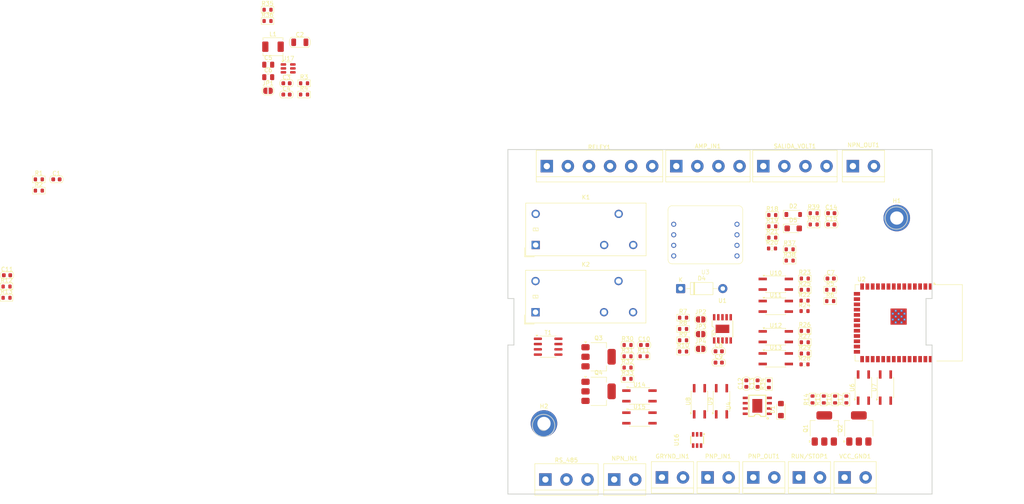
<source format=kicad_pcb>
(kicad_pcb (version 20241229) (generator "pcbnew") (generator_version "9.0")
  (layers (0 "F.Cu" signal) (2 "B.Cu" signal) (13 "F.Paste" user) (15 "B.Paste" user) (5 "F.SilkS" user "F.Silkscreen") (7 "B.SilkS" user "B.Silkscreen") (1 "F.Mask" user) (3 "B.Mask" user) (25 "Edge.Cuts" user))
  (net 0 "")
  (net 1 "/BOARD_NIVARA/A420_IN1")
  (net 2 "GND")
  (net 3 "+3.3V")
  (net 4 "VCC")
  (net 5 "Net-(C3-Pad2)")
  (net 6 "Net-(U17-BST)")
  (net 7 "/BOARD_NIVARA/POWERSUPPLY/vout")
  (net 8 "/BOARD_NIVARA/32vIn/A032_ADC2")
  (net 9 "Net-(U1-V5V)")
  (net 10 "Net-(U4-V5V)")
  (net 11 "/BOARD_NIVARA/VOLTAGE_OUT_PUT")
  (net 12 "/BOARD_NIVARA/DA_IN_2")
  (net 13 "/BOARD_NIVARA/DA_IN_1")
  (net 14 "Net-(JP2-B)")
  (net 15 "Net-(JP3-B)")
  (net 16 "Net-(JP4-B)")
  (net 17 "Net-(U16-2C)")
  (net 18 "Net-(U16-1C)")
  (net 19 "/NPN_IN_1")
  (net 20 "/NPN_IN_2")
  (net 21 "/PNP_IN_2")
  (net 22 "/PNP_IN_1")
  (net 23 "Net-(Q1-G)")
  (net 24 "/BOARD_NIVARA/NPN_OUT/NPN_OUT_B")
  (net 25 "NPNOUT_GND")
  (net 26 "Net-(Q3-G)")
  (net 27 "PNPOUT_GND")
  (net 28 "Net-(Q4-G)")
  (net 29 "/BOARD_NIVARA/RUN{slash}STOP")
  (net 30 "Net-(U2-EN)")
  (net 31 "/BOARD_NIVARA/32vIn/A032_IN1")
  (net 32 "Net-(U1-SET)")
  (net 33 "/BOARD_NIVARA/10v In/10V_AIN")
  (net 34 "Net-(R14-Pad2)")
  (net 35 "/BOARD_NIVARA/NPN_OUT/NPN_OUT_A")
  (net 36 "Net-(R15-Pad2)")
  (net 37 "Net-(R17-Pad1)")
  (net 38 "Net-(R18-Pad2)")
  (net 39 "/BOARD_NIVARA/NPN_IN/NPN_OUT_C")
  (net 40 "Net-(R20-Pad2)")
  (net 41 "/BOARD_NIVARA/NPN_IN/NPN_OUT_D")
  (net 42 "Net-(R22-Pad1)")
  (net 43 "Net-(R23-Pad2)")
  (net 44 "Net-(R24-Pad1)")
  (net 45 "Net-(R25-Pad2)")
  (net 46 "Net-(R26-Pad2)")
  (net 47 "/BOARD_NIVARA/PNP_IN/NPN_OUT_C")
  (net 48 "Net-(R28-Pad2)")
  (net 49 "/BOARD_NIVARA/PNP_IN/NPN_OUT_D")
  (net 50 "Net-(R30-Pad2)")
  (net 51 "Net-(R32-Pad1)")
  (net 52 "Net-(U3-V0)")
  (net 53 "Net-(U3-rgnd)")
  (net 54 "/BOARD_NIVARA/RLY2_NC")
  (net 55 "/RLY2_C")
  (net 56 "/BOARD_NIVARA/RLY1_NO")
  (net 57 "/BOARD_NIVARA/RLY1_NC")
  (net 58 "/BOARD_NIVARA/RLY2_NO")
  (net 59 "/BOARD_NIVARA/RLY1_C")
  (net 60 "/VOLTAGE_OUT_PUT")
  (net 61 "/AOUT_420_")
  (net 64 "/BOARD_NIVARA/VOLTAGE_OUT/SCLK")
  (net 71 "/BOARD_NIVARA/VOLTAGE_OUT/SDA")
  (net 84 "NPN_VCC")
  (net 85 "PNPIN_GND")
  (net 86 "PNP_VCC")
  (net 87 "/BOARD_NIVARA/relay/RL2_EN")
  (net 88 "/BOARD_NIVARA/relay/RL1_EN")
  (net 89 "/BOARD_NIVARA/DRIVER-485/UART_IN")
  (net 90 "/BOARD_NIVARA/DRIVER-485/UART_OUT")
  (net 91 "/A032_IN1")
  (net 92 "/BOARD_NIVARA/A010_IN_1")
  (net 93 "Net-(D2-A)")
  (net 94 "Net-(D5-A1)")
  (net 95 "/BOARD_NIVARA/AOUT_010_")
  (net 96 "Net-(D4-A)")
  (net 97 "/BOARD_NIVARA/RL2_C")
  (net 98 "/BOARD_NIVARA/NPN_OUT_2")
  (net 99 "/BOARD_NIVARA/NPN_OUT_1")
  (net 100 "/BOARD_NIVARA/PNP_OUT_1")
  (net 101 "/BOARD_NIVARA/PNP_OUT_2")
  (net 102 "/BOARD_NIVARA/PNP_OUT/PNP_DOUT_1")
  (net 103 "/BOARD_NIVARA/PNP_OUT/PNP_DOUT_2")
  (net 104 "/BOARD_NIVARA/PNP_OUT/PNP_TN1")
  (net 105 "/BOARD_NIVARA/PNP_OUT/PNP_TN2")
  (net 106 "/BOARD_NIVARA/RS_485_A")
  (net 107 "/BOARD_NIVARA/RS_485_B")
  (net 108 "/BOARD_NIVARA/PNP_TN2")
  (net 109 "/BOARD_NIVARA/PNP_TN1")
  (net 110 "Net-(C8-Pad1)")
  (footprint "Package_TO_SOT_SMD:SOT-223" (layer "F.Cu") (at 122.65 102.9325)
    (property "Reference" "Q3" (at 0 -4.5 0) (layer "F.SilkS"))
    (property "Value" "NCV8402xST")
    (pad "1" smd roundrect (at -3.15 -2.3) (size 2 1.5) (layers "F.Cu" "F.Mask" "F.Paste") (net 26 "Net-(Q3-G)"))
    (pad "2" smd roundrect (at -3.15 0) (size 2 1.5) (layers "F.Cu" "F.Mask" "F.Paste") (net 102 "/BOARD_NIVARA/PNP_OUT/PNP_DOUT_1"))
    (pad "3" smd roundrect (at -3.15 2.3) (size 2 1.5) (layers "F.Cu" "F.Mask" "F.Paste") (net 27 "PNPOUT_GND"))
    (pad "4" smd roundrect (at 3.15 0) (size 2 3.8) (layers "F.Cu" "F.Mask" "F.Paste") (net 102 "/BOARD_NIVARA/PNP_OUT/PNP_DOUT_1"))
  )
  (footprint "Package_SO:SO-4_4.4x3.6mm_P2.54mm" (layer "F.Cu") (at 146.955 113.65 90)
    (property "Reference" "U8" (at 0 -2.7 90) (layer "F.SilkS"))
    (property "Value" "LTV-357TB")
    (pad "1" smd rect (at -3.15 -1.27 90) (size 2 0.64) (layers "F.Cu" "F.Mask" "F.Paste") (net 38 "Net-(R18-Pad2)"))
    (pad "2" smd rect (at -3.15 1.27 90) (size 2 0.64) (layers "F.Cu" "F.Mask" "F.Paste") (net 85 "PNPIN_GND"))
    (pad "3" smd rect (at 3.15 1.27 90) (size 2 0.64) (layers "F.Cu" "F.Mask" "F.Paste") (net 2 "GND"))
    (pad "4" smd rect (at 3.15 -1.27 90) (size 2 0.64) (layers "F.Cu" "F.Mask" "F.Paste") (net 39 "/BOARD_NIVARA/NPN_IN/NPN_OUT_C"))
  )
  (footprint "PCM_Resistor_SMD_AKL:R_0603_1608Metric" (layer "F.Cu") (at 51.6975 37.03)
    (property "Reference" "R3" (at 0 -1.5 0) (layer "F.SilkS"))
    (property "Value" "22K" (hide yes))
    (pad "1" smd roundrect (at -0.825 0) (size 0.8 0.95) (layers "F.Cu" "F.Mask" "F.Paste") (net 2 "GND"))
    (pad "2" smd roundrect (at 0.825 0) (size 0.8 0.95) (layers "F.Cu" "F.Mask" "F.Paste") (net 2 "GND"))
  )
  (footprint "Relay_THT:Relay_SPDT_Omron_G2RL-1" (layer "F.Cu") (at 107.5 76 90)
    (property "Reference" "K1" (at 11.5 12.1 0) (layer "F.SilkS"))
    (property "Value" "G2RL-1")
    (pad "11" thru_hole circle (at 7.5 20 90) (size 2 2) (drill 1.3) (layers "*.Cu" "*.Mask") (net 59 "/BOARD_NIVARA/RLY1_C"))
    (pad "12" thru_hole circle (at 0 16.5 90) (size 2 2) (drill 1.3) (layers "*.Cu" "*.Mask") (net 57 "/BOARD_NIVARA/RLY1_NC"))
    (pad "14" thru_hole circle (at 0 23.5 90) (size 2 2) (drill 1.3) (layers "*.Cu" "*.Mask") (net 56 "/BOARD_NIVARA/RLY1_NO"))
    (pad "A1" thru_hole rect (at 0 0 90) (size 2 2) (drill 1.3) (layers "*.Cu" "*.Mask") (net 4 "VCC"))
    (pad "A2" thru_hole circle (at 7.5 0 90) (size 2 2) (drill 1.3) (layers "*.Cu" "*.Mask") (net 17 "Net-(U16-2C)"))
  )
  (footprint "PCM_Resistor_SMD_AKL:R_0603_1608Metric" (layer "F.Cu") (at 182.355 113.215 90)
    (property "Reference" "R17" (at 0 -1.5 90) (layer "F.SilkS"))
    (property "Value" "2.2k" (hide yes))
    (pad "1" smd roundrect (at -0.825 0 90) (size 0.8 0.95) (layers "F.Cu" "F.Mask" "F.Paste") (net 37 "Net-(R17-Pad1)"))
    (pad "2" smd roundrect (at 0.825 0 90) (size 0.8 0.95) (layers "F.Cu" "F.Mask" "F.Paste") (net 25 "NPNOUT_GND"))
  )
  (footprint "Package_SO:SO-4_4.4x3.6mm_P2.54mm" (layer "F.Cu") (at 165.35 103.4)
    (property "Reference" "U13" (at 0 -2.7 0) (layer "F.SilkS"))
    (property "Value" "LTV-357TB")
    (pad "1" smd rect (at -3.15 -1.27) (size 2 0.64) (layers "F.Cu" "F.Mask" "F.Paste") (net 48 "Net-(R28-Pad2)"))
    (pad "2" smd rect (at -3.15 1.27) (size 2 0.64) (layers "F.Cu" "F.Mask" "F.Paste") (net 85 "PNPIN_GND"))
    (pad "3" smd rect (at 3.15 1.27) (size 2 0.64) (layers "F.Cu" "F.Mask" "F.Paste") (net 2 "GND"))
    (pad "4" smd rect (at 3.15 -1.27) (size 2 0.64) (layers "F.Cu" "F.Mask" "F.Paste") (net 3 "+3.3V"))
  )
  (footprint "TerminalBlock:TerminalBlock_bornier-2_P5.08mm" (layer "F.Cu") (at 183.92 57)
    (property "Reference" "NPN_OUT1" (at 2.54 -5.08 0) (layer "F.SilkS"))
    (property "Value" "Screw_Terminal_01x02")
    (pad "1" thru_hole rect (at 0 0) (size 3 3) (drill 1.52) (layers "*.Cu" "*.Mask") (net 99 "/BOARD_NIVARA/NPN_OUT_1"))
    (pad "2" thru_hole circle (at 5.08 0) (size 3 3) (drill 1.52) (layers "*.Cu" "*.Mask") (net 98 "/BOARD_NIVARA/NPN_OUT_2"))
  )
  (footprint "PCM_Resistor_SMD_AKL:R_0603_1608Metric" (layer "F.Cu") (at -19.9825 88.7225)
    (property "Reference" "R13" (at 0 -1.5 0) (layer "F.SilkS"))
    (property "Value" "16k" (hide yes))
    (pad "1" smd roundrect (at -0.825 0) (size 0.8 0.95) (layers "F.Cu" "F.Mask" "F.Paste") (net 92 "/BOARD_NIVARA/A010_IN_1"))
    (pad "2" smd roundrect (at 0.825 0) (size 0.8 0.95) (layers "F.Cu" "F.Mask" "F.Paste") (net 2 "GND"))
  )
  (footprint "Diode_SMD:D_SMF" (layer "F.Cu") (at 166.58 115.655 90)
    (property "Reference" "D1" (at 0 -2 90) (layer "F.SilkS"))
    (property "Value" "SMF24A")
    (pad "1" smd roundrect (at -1.45 0 90) (size 1.3 1.4) (layers "F.Cu" "F.Mask" "F.Paste") (roundrect_rratio 0.1923076923) (net 11 "/BOARD_NIVARA/VOLTAGE_OUT_PUT"))
    (pad "2" smd roundrect (at 1.45 0 90) (size 1.3 1.4) (layers "F.Cu" "F.Mask" "F.Paste") (roundrect_rratio 0.1923076923) (net 2 "GND"))
  )
  (footprint "PCM_Resistor_SMD_AKL:R_0603_1608Metric" (layer "F.Cu") (at 164.5 71.5)
    (property "Reference" "R19" (at 0 -1.5 0) (layer "F.SilkS"))
    (property "Value" "412" (hide yes))
    (pad "1" smd roundrect (at -0.825 0) (size 0.8 0.95) (layers "F.Cu" "F.Mask" "F.Paste") (net 39 "/BOARD_NIVARA/NPN_IN/NPN_OUT_C"))
    (pad "2" smd roundrect (at 0.825 0) (size 0.8 0.95) (layers "F.Cu" "F.Mask" "F.Paste") (net 3 "+3.3V"))
  )
  (footprint "Package_SO:SO-4_4.4x3.6mm_P2.54mm" (layer "F.Cu") (at 186.455 110.35 90)
    (property "Reference" "U6" (at 0 -2.7 90) (layer "F.SilkS"))
    (property "Value" "LTV-357T")
    (pad "1" smd rect (at -3.15 -1.27 90) (size 2 0.64) (layers "F.Cu" "F.Mask" "F.Paste") (net 34 "Net-(R14-Pad2)"))
    (pad "2" smd rect (at -3.15 1.27 90) (size 2 0.64) (layers "F.Cu" "F.Mask" "F.Paste") (net 2 "GND"))
    (pad "3" smd rect (at 3.15 1.27 90) (size 2 0.64) (layers "F.Cu" "F.Mask" "F.Paste") (net 25 "NPNOUT_GND"))
    (pad "4" smd rect (at 3.15 -1.27 90) (size 2 0.64) (layers "F.Cu" "F.Mask" "F.Paste") (net 84 "NPN_VCC"))
  )
  (footprint "PCM_Resistor_SMD_AKL:R_0603_1608Metric" (layer "F.Cu") (at -12.2025 60.1825)
    (property "Reference" "R1" (at 0 -1.5 0) (layer "F.SilkS"))
    (property "Value" "10k" (hide yes))
    (pad "1" smd roundrect (at -0.825 0) (size 0.8 0.95) (layers "F.Cu" "F.Mask" "F.Paste") (net 3 "+3.3V"))
    (pad "2" smd roundrect (at 0.825 0) (size 0.8 0.95) (layers "F.Cu" "F.Mask" "F.Paste") (net 29 "/BOARD_NIVARA/RUN{slash}STOP"))
  )
  (footprint "PCM_Resistor_SMD_AKL:R_0603_1608Metric" (layer "F.Cu") (at 179.635 113.215 90)
    (property "Reference" "R16" (at 0 -1.5 90) (layer "F.SilkS"))
    (property "Value" "2.2k" (hide yes))
    (pad "1" smd roundrect (at -0.825 0 90) (size 0.8 0.95) (layers "F.Cu" "F.Mask" "F.Paste") (net 25 "NPNOUT_GND"))
    (pad "2" smd roundrect (at 0.825 0 90) (size 0.8 0.95) (layers "F.Cu" "F.Mask" "F.Paste") (net 23 "Net-(Q1-G)"))
  )
  (footprint "Package_TO_SOT_SMD:TSOT-23-6" (layer "F.Cu") (at 47.8625 33.45)
    (property "Reference" "U17" (at 0 -2.4 0) (layer "F.SilkS"))
    (property "Value" "AP63200WU")
    (pad "1" smd roundrect (at -1.1375 -0.95) (size 1.325 0.6) (layers "F.Cu" "F.Mask" "F.Paste") (net 2 "GND"))
    (pad "2" smd roundrect (at -1.1375 0) (size 1.325 0.6) (layers "F.Cu" "F.Mask" "F.Paste") (net 4 "VCC"))
    (pad "3" smd roundrect (at -1.1375 0.95) (size 1.325 0.6) (layers "F.Cu" "F.Mask" "F.Paste") (net 4 "VCC"))
    (pad "4" smd roundrect (at 1.1375 0.95) (size 1.325 0.6) (layers "F.Cu" "F.Mask" "F.Paste") (net 2 "GND"))
    (pad "5" smd roundrect (at 1.1375 0) (size 1.325 0.6) (layers "F.Cu" "F.Mask" "F.Paste") (net 6 "Net-(U17-BST)"))
    (pad "6" smd roundrect (at 1.1375 -0.95) (size 1.325 0.6) (layers "F.Cu" "F.Mask" "F.Paste") (net 6 "Net-(U17-BST)"))
  )
  (footprint "PCM_Resistor_SMD_AKL:R_0603_1608Metric" (layer "F.Cu") (at 172.335 99.425)
    (property "Reference" "R27" (at 0 -1.5 0) (layer "F.SilkS"))
    (property "Value" "412" (hide yes))
    (pad "1" smd roundrect (at -0.825 0) (size 0.8 0.95) (layers "F.Cu" "F.Mask" "F.Paste") (net 47 "/BOARD_NIVARA/PNP_IN/NPN_OUT_C"))
    (pad "2" smd roundrect (at 0.825 0) (size 0.8 0.95) (layers "F.Cu" "F.Mask" "F.Paste") (net 3 "+3.3V"))
  )
  (footprint "PCM_Resistor_SMD_AKL:R_0603_1608Metric" (layer "F.Cu") (at 172.335 84.075)
    (property "Reference" "R23" (at 0 -1.5 0) (layer "F.SilkS"))
    (property "Value" "412" (hide yes))
    (pad "1" smd roundrect (at -0.825 0) (size 0.8 0.95) (layers "F.Cu" "F.Mask" "F.Paste") (net 3 "+3.3V"))
    (pad "2" smd roundrect (at 0.825 0) (size 0.8 0.95) (layers "F.Cu" "F.Mask" "F.Paste") (net 43 "Net-(R23-Pad2)"))
  )
  (footprint "Capacitor_SMD:C_0805_2012Metric" (layer "F.Cu") (at 43.0625 32.555)
    (property "Reference" "C5" (at 0 -1.68 0) (layer "F.SilkS"))
    (property "Value" "22uF")
    (pad "1" smd roundrect (at -0.95 0) (size 1 1.45) (layers "F.Cu" "F.Mask" "F.Paste") (net 2 "GND"))
    (pad "2" smd roundrect (at 0.95 0) (size 1 1.45) (layers "F.Cu" "F.Mask" "F.Paste") (net 2 "GND"))
  )
  (footprint "Package_TO_SOT_SMD:SOT-223" (layer "F.Cu") (at 177.035 120.2 90)
    (property "Reference" "Q1" (at 0 -4.5 90) (layer "F.SilkS"))
    (property "Value" "NCV8402xST")
    (pad "1" smd roundrect (at -3.15 -2.3 90) (size 2 1.5) (layers "F.Cu" "F.Mask" "F.Paste") (net 23 "Net-(Q1-G)"))
    (pad "2" smd roundrect (at -3.15 0 90) (size 2 1.5) (layers "F.Cu" "F.Mask" "F.Paste") (net 98 "/BOARD_NIVARA/NPN_OUT_2"))
    (pad "3" smd roundrect (at -3.15 2.3 90) (size 2 1.5) (layers "F.Cu" "F.Mask" "F.Paste") (net 25 "NPNOUT_GND"))
    (pad "4" smd roundrect (at 3.15 0 90) (size 2 3.8) (layers "F.Cu" "F.Mask" "F.Paste") (net 98 "/BOARD_NIVARA/NPN_OUT_2"))
  )
  (footprint "Capacitor_SMD:C_0805_2012Metric" (layer "F.Cu") (at 43.0625 35.565)
    (property "Reference" "C6" (at 0 -1.68 0) (layer "F.SilkS"))
    (property "Value" "22uF")
    (pad "1" smd roundrect (at -0.95 0) (size 1 1.45) (layers "F.Cu" "F.Mask" "F.Paste") (net 2 "GND"))
    (pad "2" smd roundrect (at 0.95 0) (size 1 1.45) (layers "F.Cu" "F.Mask" "F.Paste") (net 2 "GND"))
  )
  (footprint "TerminalBlock:TerminalBlock_bornier-3_P5.08mm" (layer "F.Cu") (at 109.84 132.5)
    (property "Reference" "RS_485" (at 5.05 -4.65 0) (layer "F.SilkS"))
    (property "Value" "Screw_Terminal_01x03")
    (pad "1" thru_hole rect (at 0 0) (size 3 3) (drill 1.52) (layers "*.Cu" "*.Mask") (net 106 "/BOARD_NIVARA/RS_485_A"))
    (pad "2" thru_hole circle (at 5.08 0) (size 3 3) (drill 1.52) (layers "*.Cu" "*.Mask") (net 107 "/BOARD_NIVARA/RS_485_B"))
    (pad "3" thru_hole circle (at 10.16 0) (size 3 3) (drill 1.52) (layers "*.Cu" "*.Mask") (net 2 "GND"))
  )
  (footprint "Package_TO_SOT_SMD:SOT-223" (layer "F.Cu") (at 185.36 120.2 90)
    (property "Reference" "Q2" (at 0 -4.5 90) (layer "F.SilkS"))
    (property "Value" "NCV8402xST")
    (pad "1" smd roundrect (at -3.15 -2.3 90) (size 2 1.5) (layers "F.Cu" "F.Mask" "F.Paste") (net 25 "NPNOUT_GND"))
    (pad "2" smd roundrect (at -3.15 0 90) (size 2 1.5) (layers "F.Cu" "F.Mask" "F.Paste") (net 99 "/BOARD_NIVARA/NPN_OUT_1"))
    (pad "3" smd roundrect (at -3.15 2.3 90) (size 2 1.5) (layers "F.Cu" "F.Mask" "F.Paste") (net 25 "NPNOUT_GND"))
    (pad "4" smd roundrect (at 3.15 0 90) (size 2 3.8) (layers "F.Cu" "F.Mask" "F.Paste") (net 99 "/BOARD_NIVARA/NPN_OUT_1"))
  )
  (footprint "PCM_Capacitor_SMD_AKL:C_0603_1608Metric" (layer "F.Cu") (at 178.719939 71.055006)
    (property "Reference" "C15" (at 0 -1.43 0) (layer "F.SilkS"))
    (property "Value" "100nF" (hide yes))
    (pad "1" smd roundrect (at -0.775 0) (size 0.9 0.95) (layers "F.Cu" "F.Mask" "F.Paste") (net 94 "Net-(D5-A1)"))
    (pad "2" smd roundrect (at 0.775 0) (size 0.9 0.95) (layers "F.Cu" "F.Mask" "F.Paste") (net 2 "GND"))
  )
  (footprint "PCM_Resistor_SMD_AKL:R_0603_1608Metric" (layer "F.Cu") (at 51.6975 39.75)
    (property "Reference" "R4" (at 0 -1.5 0) (layer "F.SilkS"))
    (property "Value" "22K" (hide yes))
    (pad "1" smd roundrect (at -0.825 0) (size 0.8 0.95) (layers "F.Cu" "F.Mask" "F.Paste") (net 2 "GND"))
    (pad "2" smd roundrect (at 0.825 0) (size 0.8 0.95) (layers "F.Cu" "F.Mask" "F.Paste") (net 2 "GND"))
  )
  (footprint "Package_SO:SO-4_4.4x3.6mm_P2.54mm" (layer "F.Cu") (at 165.35 98.085)
    (property "Reference" "U12" (at 0 -2.7 0) (layer "F.SilkS"))
    (property "Value" "LTV-357TB")
    (pad "1" smd rect (at -3.15 -1.27) (size 2 0.64) (layers "F.Cu" "F.Mask" "F.Paste") (net 46 "Net-(R26-Pad2)"))
    (pad "2" smd rect (at -3.15 1.27) (size 2 0.64) (layers "F.Cu" "F.Mask" "F.Paste") (net 85 "PNPIN_GND"))
    (pad "3" smd rect (at 3.15 1.27) (size 2 0.64) (layers "F.Cu" "F.Mask" "F.Paste") (net 2 "GND"))
    (pad "4" smd rect (at 3.15 -1.27) (size 2 0.64) (layers "F.Cu" "F.Mask" "F.Paste") (net 47 "/BOARD_NIVARA/PNP_IN/NPN_OUT_C"))
  )
  (footprint "PCM_Resistor_SMD_AKL:R_0603_1608Metric" (layer "F.Cu") (at 172.335 96.705)
    (property "Reference" "R26" (at 0 -1.5 0) (layer "F.SilkS"))
    (property "Value" "910" (hide yes))
    (pad "1" smd roundrect (at -0.825 0) (size 0.8 0.95) (layers "F.Cu" "F.Mask" "F.Paste") (net 100 "/BOARD_NIVARA/PNP_OUT_1"))
    (pad "2" smd roundrect (at 0.825 0) (size 0.8 0.95) (layers "F.Cu" "F.Mask" "F.Paste") (net 46 "Net-(R26-Pad2)"))
  )
  (footprint "PCM_Capacitor_SMD_AKL:C_0603_1608Metric" (layer "F.Cu") (at 151.604939 101.610002)
    (property "Reference" "C8" (at 0 -1.43 0) (layer "F.SilkS"))
    (property "Value" "220nF" (hide yes))
    (pad "1" smd roundrect (at -0.775 0) (size 0.9 0.95) (layers "F.Cu" "F.Mask" "F.Paste") (net 110 "Net-(C8-Pad1)"))
    (pad "2" smd roundrect (at 0.775 0) (size 0.9 0.95) (layers "F.Cu" "F.Mask" "F.Paste") (net 2 "GND"))
  )
  (footprint "RF_Module:ESP32-S3-WROOM-1" (layer "F.Cu") (at 197.4 94.75 -90)
    (property "Reference" "U2" (at -10.5 11.4 0) (layer "F.SilkS"))
    (property "Value" "ESP32-S3-WROOM-1")
    (pad "1" smd rect (at -8.75 -5.26 270) (size 1.5 0.9) (layers "F.Cu" "F.Mask" "F.Paste") (net 2 "GND"))
    (pad "2" smd rect (at -8.75 -3.99 270) (size 1.5 0.9) (layers "F.Cu" "F.Mask" "F.Paste") (net 3 "+3.3V"))
    (pad "3" smd rect (at -8.75 -2.72 270) (size 1.5 0.9) (layers "F.Cu" "F.Mask" "F.Paste") (net 30 "Net-(U2-EN)"))
    (pad "4" smd rect (at -8.75 -1.45 270) (size 1.5 0.9) (layers "F.Cu" "F.Mask" "F.Paste"))
    (pad "5" smd rect (at -8.75 -0.18 270) (size 1.5 0.9) (layers "F.Cu" "F.Mask" "F.Paste") (net 24 "/BOARD_NIVARA/NPN_OUT/NPN_OUT_B"))
    (pad "6" smd rect (at -8.75 1.09 270) (size 1.5 0.9) (layers "F.Cu" "F.Mask" "F.Paste") (net 35 "/BOARD_NIVARA/NPN_OUT/NPN_OUT_A"))
    (pad "7" smd rect (at -8.75 2.36 270) (size 1.5 0.9) (layers "F.Cu" "F.Mask" "F.Paste"))
    (pad "8" smd rect (at -8.75 3.63 270) (size 1.5 0.9) (layers "F.Cu" "F.Mask" "F.Paste") (net 71 "/BOARD_NIVARA/VOLTAGE_OUT/SDA"))
    (pad "9" smd rect (at -8.75 4.9 270) (size 1.5 0.9) (layers "F.Cu" "F.Mask" "F.Paste") (net 64 "/BOARD_NIVARA/VOLTAGE_OUT/SCLK"))
    (pad "10" smd rect (at -8.75 6.17 270) (size 1.5 0.9) (layers "F.Cu" "F.Mask" "F.Paste") (net 89 "/BOARD_NIVARA/DRIVER-485/UART_IN"))
    (pad "11" smd rect (at -8.75 7.44 270) (size 1.5 0.9) (layers "F.Cu" "F.Mask" "F.Paste") (net 90 "/BOARD_NIVARA/DRIVER-485/UART_OUT"))
    (pad "12" smd rect (at -8.75 8.71 270) (size 1.5 0.9) (layers "F.Cu" "F.Mask" "F.Paste") (net 39 "/BOARD_NIVARA/NPN_IN/NPN_OUT_C"))
    (pad "13" smd rect (at -8.75 9.98 270) (size 1.5 0.9) (layers "F.Cu" "F.Mask" "F.Paste") (net 33 "/BOARD_NIVARA/10v In/10V_AIN"))
    (pad "14" smd rect (at -8.75 11.25 90) (size 1.5 0.9) (layers "F.Cu" "F.Mask" "F.Paste"))
    (pad "15" smd rect (at -6.985 12.5 180) (size 1.5 0.9) (layers "F.Cu" "F.Mask" "F.Paste"))
    (pad "16" smd rect (at -5.715 12.5 180) (size 1.5 0.9) (layers "F.Cu" "F.Mask" "F.Paste") (net 108 "/BOARD_NIVARA/PNP_TN2"))
    (pad "17" smd rect (at -4.445 12.5 180) (size 1.5 0.9) (layers "F.Cu" "F.Mask" "F.Paste") (net 41 "/BOARD_NIVARA/NPN_IN/NPN_OUT_D"))
    (pad "18" smd rect (at -3.175 12.5 180) (size 1.5 0.9) (layers "F.Cu" "F.Mask" "F.Paste"))
    (pad "19" smd rect (at -1.905 12.5 180) (size 1.5 0.9) (layers "F.Cu" "F.Mask" "F.Paste"))
    (pad "20" smd rect (at -0.635 12.5 180) (size 1.5 0.9) (layers "F.Cu" "F.Mask" "F.Paste"))
    (pad "21" smd rect (at 0.635 12.5 180) (size 1.5 0.9) (layers "F.Cu" "F.Mask" "F.Paste"))
    (pad "22" smd rect (at 1.905 12.5 180) (size 1.5 0.9) (layers "F.Cu" "F.Mask" "F.Paste") (net 71 "/BOARD_NIVARA/VOLTAGE_OUT/SDA"))
    (pad "23" smd rect (at 3.175 12.5 180) (size 1.5 0.9) (layers "F.Cu" "F.Mask" "F.Paste") (net 31 "/BOARD_NIVARA/32vIn/A032_IN1"))
    (pad "24" smd rect (at 4.445 12.5 180) (size 1.5 0.9) (layers "F.Cu" "F.Mask" "F.Paste") (net 3 "+3.3V"))
    (pad "25" smd rect (at 5.715 12.5 180) (size 1.5 0.9) (layers "F.Cu" "F.Mask" "F.Paste") (net 3 "+3.3V"))
    (pad "26" smd rect (at 6.985 12.5 180) (size 1.5 0.9) (layers "F.Cu" "F.Mask" "F.Paste") (net 109 "/BOARD_NIVARA/PNP_TN1"))
    (pad "27" smd rect (at 8.75 11.25 270) (size 1.5 0.9) (layers "F.Cu" "F.Mask" "F.Paste") (net 47 "/BOARD_NIVARA/PNP_IN/NPN_OUT_C"))
    (pad "28" smd rect (at 8.75 9.98 270) (size 1.5 0.9) (layers "F.Cu" "F.Mask" "F.Paste"))
    (pad "29" smd rect (at 8.75 8.71 270) (size 1.5 0.9) (layers "F.Cu" "F.Mask" "F.Paste"))
    (pad "30" smd rect (at 8.75 7.44 270) (size 1.5 0.9) (layers "F.Cu" "F.Mask" "F.Paste"))
    (pad "31" smd rect (at 8.75 6.17 270) (size 1.5 0.9) (layers "F.Cu" "F.Mask" "F.Paste") (net 1 "/BOARD_NIVARA/A420_IN1"))
    (pad "32" smd rect (at 8.75 4.9 270) (size 1.5 0.9) (layers "F.Cu" "F.Mask" "F.Paste") (net 88 "/BOARD_NIVARA/relay/RL1_EN"))
    (pad "33" smd rect (at 8.75 3.63 270) (size 1.5 0.9) (layers "F.Cu" "F.Mask" "F.Paste") (net 87 "/BOARD_NIVARA/relay/RL2_EN"))
    (pad "34" smd rect (at 8.75 2.36 270) (size 1.5 0.9) (layers "F.Cu" "F.Mask" "F.Paste"))
    (pad "35" smd rect (at 8.75 1.09 270) (size 1.5 0.9) (layers "F.Cu" "F.Mask" "F.Paste"))
    (pad "36" smd rect (at 8.75 -0.18 270) (size 1.5 0.9) (layers "F.Cu" "F.Mask" "F.Paste"))
    (pad "37" smd rect (at 8.75 -1.45 270) (size 1.5 0.9) (layers "F.Cu" "F.Mask" "F.Paste"))
    (pad "38" smd rect (at 8.75 -2.72 270) (size 1.5 0.9) (layers "F.Cu" "F.Mask" "F.Paste"))
    (pad "39" smd rect (at 8.75 -3.99 270) (size 1.5 0.9) (layers "F.Cu" "F.Mask" "F.Paste") (net 49 "/BOARD_NIVARA/PNP_IN/NPN_OUT_D"))
    (pad "40" smd rect (at 8.75 -5.26 270) (size 1.5 0.9) (layers "F.Cu" "F.Mask" "F.Paste") (net 2 "GND"))
    (pad "41" thru_hole circle (at -2.9 1.76) (size 0.6 0.6) (drill 0.2) (property pad_prop_heatsink) (layers "*.Cu" "F.Mask") (net 2 "GND"))
    (pad "41" thru_hole circle (at -2.9 3.16 270) (size 0.6 0.6) (drill 0.2) (property pad_prop_heatsink) (layers "*.Cu" "F.Mask") (net 2 "GND"))
    (pad "41" thru_hole circle (at -2.2 1.06 270) (size 0.6 0.6) (drill 0.2) (property pad_prop_heatsink) (layers "*.Cu" "F.Mask") (net 2 "GND"))
    (pad "41" thru_hole circle (at -2.2 2.46 270) (size 0.6 0.6) (drill 0.2) (property pad_prop_heatsink) (layers "*.Cu" "F.Mask") (net 2 "GND"))
    (pad "41" thru_hole circle (at -2.2 3.86 270) (size 0.6 0.6) (drill 0.2) (property pad_prop_heatsink) (layers "*.Cu" "F.Mask") (net 2 "GND"))
    (pad "41" thru_hole circle (at -1.5 1.76 270) (size 0.6 0.6) (drill 0.2) (property pad_prop_heatsink) (layers "*.Cu" "F.Mask") (net 2 "GND"))
    (pad "41" smd rect (at -1.5 2.46 180) (size 3.9 3.9) (property pad_prop_heatsink) (layers "F.Cu" "F.Mask") (net 2 "GND"))
    (pad "41" thru_hole circle (at -1.5 3.16 270) (size 0.6 0.6) (drill 0.2) (property pad_prop_heatsink) (layers "*.Cu" "F.Mask") (net 2 "GND"))
    (pad "41" thru_hole circle (at -0.8 1.06 270) (size 0.6 0.6) (drill 0.2) (property pad_prop_heatsink) (layers "*.Cu" "F.Mask") (net 2 "GND"))
    (pad "41" thru_hole circle (at -0.8 2.46 270) (size 0.6 0.6) (drill 0.2) (property pad_prop_heatsink) (layers "*.Cu" "F.Mask") (net 2 "GND"))
    (pad "41" thru_hole circle (at -0.8 3.86 270) (size 0.6 0.6) (drill 0.2) (property pad_prop_heatsink) (layers "*.Cu" "F.Mask") (net 2 "GND"))
    (pad "41" thru_hole circle (at -0.1 1.76 270) (size 0.6 0.6) (drill 0.2) (property pad_prop_heatsink) (layers "*.Cu" "F.Mask") (net 2 "GND"))
    (pad "41" thru_hole circle (at -0.1 3.16 270) (size 0.6 0.6) (drill 0.2) (property pad_prop_heatsink) (layers "*.Cu" "F.Mask") (net 2 "GND"))
  )
  (footprint "PCM_Resistor_SMD_AKL:R_0603_1608Metric" (layer "F.Cu") (at -19.9825 86.0025)
    (property "Reference" "R12" (at 0 -1.5 0) (layer "F.SilkS"))
    (property "Value" "51k" (hide yes))
    (pad "1" smd roundrect (at -0.825 0) (size 0.8 0.95) (layers "F.Cu" "F.Mask" "F.Paste") (net 33 "/BOARD_NIVARA/10v In/10V_AIN"))
    (pad "2" smd roundrect (at 0.825 0) (size 0.8 0.95) (layers "F.Cu" "F.Mask" "F.Paste") (net 92 "/BOARD_NIVARA/A010_IN_1"))
  )
  (footprint "PCM_Resistor_SMD_AKL:R_0603_1608Metric" (layer "F.Cu") (at 172.335 86.795)
    (property "Reference" "R25" (at 0 -1.5 0) (layer "F.SilkS"))
    (property "Value" "412" (hide yes))
    (pad "1" smd roundrect (at -0.825 0) (size 0.8 0.95) (layers "F.Cu" "F.Mask" "F.Paste") (net 3 "+3.3V"))
    (pad "2" smd roundrect (at 0.825 0) (size 0.8 0.95) (layers "F.Cu" "F.Mask" "F.Paste") (net 45 "Net-(R25-Pad2)"))
  )
  (footprint "easyeda2kicad:ESOP-8_L4.9-W3.9-P1.27-LS6.0-BL-EP" (layer "F.Cu") (at 160.895 114.75 90)
    (property "Reference" "U4" (at 0 -6.91 90) (layer "F.SilkS"))
    (property "Value" "GP8201S-TC50-EW")
    (pad "1" smd rect (at -1.91 2.91 90) (size 0.6 1.2) (layers "F.Cu" "F.Mask" "F.Paste") (net 64 "/BOARD_NIVARA/VOLTAGE_OUT/SCLK"))
    (pad "2" smd rect (at -0.64 2.91 90) (size 0.6 1.2) (layers "F.Cu" "F.Mask" "F.Paste") (net 71 "/BOARD_NIVARA/VOLTAGE_OUT/SDA"))
    (pad "3" smd rect (at 0.64 2.91 90) (size 0.6 1.2) (layers "F.Cu" "F.Mask" "F.Paste"))
    (pad "4" smd rect (at 1.91 2.91 90) (size 0.6 1.2) (layers "F.Cu" "F.Mask" "F.Paste") (net 4 "VCC"))
    (pad "5" smd rect (at 1.91 -2.91 90) (size 0.6 1.2) (layers "F.Cu" "F.Mask" "F.Paste") (net 2 "GND"))
    (pad "6" smd rect (at 0.64 -2.91 90) (size 0.6 1.2) (layers "F.Cu" "F.Mask" "F.Paste") (net 11 "/BOARD_NIVARA/VOLTAGE_OUT_PUT"))
    (pad "7" smd rect (at -0.64 -2.91 90) (size 0.6 1.2) (layers "F.Cu" "F.Mask" "F.Paste") (net 71 "/BOARD_NIVARA/VOLTAGE_OUT/SDA"))
    (pad "8" smd rect (at -1.91 -2.91 90) (size 0.6 1.2) (layers "F.Cu" "F.Mask" "F.Paste") (net 10 "Net-(U4-V5V)"))
    (pad "9" smd rect (at 0 0 270) (size 3.3 2.4) (layers "F.Cu" "F.Mask" "F.Paste"))
  )
  (footprint "PCM_Resistor_SMD_AKL:R_0603_1608Metric" (layer "F.Cu") (at 143.015 98.95)
    (property "Reference" "R9" (at 0 -1.5 0) (layer "F.SilkS"))
    (property "Value" "10k" (hide yes))
    (pad "1" smd roundrect (at -0.825 0) (size 0.8 0.95) (layers "F.Cu" "F.Mask" "F.Paste") (net 9 "Net-(U1-V5V)"))
    (pad "2" smd roundrect (at 0.825 0) (size 0.8 0.95) (layers "F.Cu" "F.Mask" "F.Paste") (net 14 "Net-(JP2-B)"))
  )
  (footprint "PCM_Capacitor_SMD_AKL:C_0603_1608Metric" (layer "F.Cu") (at 47.467439 39.750006)
    (property "Reference" "C4" (at 0 -1.43 0) (layer "F.SilkS"))
    (property "Value" "100nF" (hide yes))
    (pad "1" smd roundrect (at -0.775 0) (size 0.9 0.95) (layers "F.Cu" "F.Mask" "F.Paste") (net 7 "/BOARD_NIVARA/POWERSUPPLY/vout"))
    (pad "2" smd roundrect (at 0.775 0) (size 0.9 0.95) (layers "F.Cu" "F.Mask" "F.Paste") (net 2 "GND"))
  )
  (footprint "PCM_Capacitor_SMD_AKL:C_0603_1608Metric" (layer "F.Cu") (at 178.719939 68.335002)
    (property "Reference" "C14" (at 0 -1.43 0) (layer "F.SilkS"))
    (property "Value" "1uF" (hide yes))
    (pad "1" smd roundrect (at -0.775 0) (size 0.9 0.95) (layers "F.Cu" "F.Mask" "F.Paste") (net 93 "Net-(D2-A)"))
    (pad "2" smd roundrect (at 0.775 0) (size 0.9 0.95) (layers "F.Cu" "F.Mask" "F.Paste") (net 2 "GND"))
  )
  (footprint "PCM_Resistor_SMD_AKL:R_0603_1608Metric" (layer "F.Cu") (at -12.2025 62.9025)
    (property "Reference" "R2" (at 0 -1.5 0) (layer "F.SilkS"))
    (property "Value" "10k" (hide yes))
    (pad "1" smd roundrect (at -0.825 0) (size 0.8 0.95) (layers "F.Cu" "F.Mask" "F.Paste") (net 3 "+3.3V"))
    (pad "2" smd roundrect (at 0.825 0) (size 0.8 0.95) (layers "F.Cu" "F.Mask" "F.Paste") (net 30 "Net-(U2-EN)"))
  )
  (footprint "PCM_Capacitor_SMD_AKL:C_0603_1608Metric" (layer "F.Cu") (at 133.619939 100.092502)
    (property "Reference" "C10" (at 0 -1.43 0) (layer "F.SilkS"))
    (property "Value" "100nF" (hide yes))
    (pad "1" smd roundrect (at -0.775 0) (size 0.9 0.95) (layers "F.Cu" "F.Mask" "F.Paste") (net 1 "/BOARD_NIVARA/A420_IN1"))
    (pad "2" smd roundrect (at 0.775 0) (size 0.9 0.95) (layers "F.Cu" "F.Mask" "F.Paste") (net 1 "/BOARD_NIVARA/A420_IN1"))
  )
  (footprint "Diode_THT:D_DO-41_SOD81_P10.16mm_Horizontal" (layer "F.Cu") (at 142.42 86.5)
    (property "Reference" "D4" (at 5.08 -2.47 0) (layer "F.SilkS"))
    (property "Value" "1N4007")
    (fp_text user "K" (at 0 -2.1 0) (layer "F.SilkS"))
    (pad "1" thru_hole roundrect (at 0 0) (size 2.2 2.2) (drill 1.1) (layers "*.Cu" "*.Mask") (roundrect_rratio 0.113636) (net 95 "/BOARD_NIVARA/AOUT_010_"))
    (pad "2" thru_hole circle (at 10.16 0) (size 2.2 2.2) (drill 1.1) (layers "*.Cu" "*.Mask") (net 96 "Net-(D4-A)"))
  )
  (footprint "PCM_Capacitor_SMD_AKL:C_0603_1608Metric" (layer "F.Cu") (at -19.862561 83.282502)
    (property "Reference" "C11" (at 0 -1.43 0) (layer "F.SilkS"))
    (property "Value" "100nF" (hide yes))
    (pad "1" smd roundrect (at -0.775 0) (size 0.9 0.95) (layers "F.Cu" "F.Mask" "F.Paste") (net 92 "/BOARD_NIVARA/A010_IN_1"))
    (pad "2" smd roundrect (at 0.775 0) (size 0.9 0.95) (layers "F.Cu" "F.Mask" "F.Paste") (net 2 "GND"))
  )
  (footprint "PCM_Capacitor_SMD_AKL:C_0603_1608Metric" (layer "F.Cu") (at 178.574939 84.075002)
    (property "Reference" "C7" (at 0 -1.43 0) (layer "F.SilkS"))
    (property "Value" "100nF" (hide yes))
    (pad "1" smd roundrect (at -0.775 0) (size 0.9 0.95) (layers "F.Cu" "F.Mask" "F.Paste") (net 8 "/BOARD_NIVARA/32vIn/A032_ADC2"))
    (pad "2" smd roundrect (at 0.775 0) (size 0.9 0.95) (layers "F.Cu" "F.Mask" "F.Paste") (net 2 "GND"))
  )
  (footprint "easyeda2kicad:ESOP-10_L4.9-W3.9-P1.00-LS6.1-BL-EP" (layer "F.Cu") (at 152.5 96.2)
    (property "Reference" "U1" (at 0 -6.8 0) (layer "F.SilkS"))
    (property "Value" "GP8303-TC50-EW")
    (pad "1" smd rect (at -2 2.8 90) (size 1.5 0.6) (layers "F.Cu" "F.Mask" "F.Paste") (net 64 "/BOARD_NIVARA/VOLTAGE_OUT/SCLK"))
    (pad "2" smd rect (at -1 2.8 90) (size 1.5 0.6) (layers "F.Cu" "F.Mask" "F.Paste") (net 71 "/BOARD_NIVARA/VOLTAGE_OUT/SDA"))
    (pad "3" smd rect (at 0 2.8 90) (size 1.5 0.6) (layers "F.Cu" "F.Mask" "F.Paste") (net 16 "Net-(JP4-B)"))
    (pad "4" smd rect (at 1 2.8 90) (size 1.5 0.6) (layers "F.Cu" "F.Mask" "F.Paste") (net 15 "Net-(JP3-B)"))
    (pad "5" smd rect (at 2 2.8 90) (size 1.5 0.6) (layers "F.Cu" "F.Mask" "F.Paste") (net 4 "VCC"))
    (pad "6" smd rect (at 2 -2.8 90) (size 1.5 0.6) (layers "F.Cu" "F.Mask" "F.Paste") (net 2 "GND"))
    (pad "7" smd rect (at 1 -2.8 90) (size 1.5 0.6) (layers "F.Cu" "F.Mask" "F.Paste") (net 32 "Net-(U1-SET)"))
    (pad "8" smd rect (at 0 -2.8 90) (size 1.5 0.6) (layers "F.Cu" "F.Mask" "F.Paste"))
    (pad "9" smd rect (at -1 -2.8 90) (size 1.5 0.6) (layers "F.Cu" "F.Mask" "F.Paste") (net 14 "Net-(JP2-B)"))
    (pad "10" smd rect (at -2 -2.8 90) (size 1.5 0.6) (layers "F.Cu" "F.Mask" "F.Paste") (net 9 "Net-(U1-V5V)"))
    (pad "11" smd rect (at 0 0 180) (size 3.3 2) (layers "F.Cu" "F.Mask" "F.Paste"))
  )
  (footprint "PCM_Resistor_SMD_AKL:R_0603_1608Metric" (layer "F.Cu") (at 129.635 102.8125)
    (property "Reference" "R31" (at 0 -1.5 0) (layer "F.SilkS"))
    (property "Value" "2.2k" (hide yes))
    (pad "1" smd roundrect (at -0.825 0) (size 0.8 0.95) (layers "F.Cu" "F.Mask" "F.Paste") (net 26 "Net-(Q3-G)"))
    (pad "2" smd roundrect (at 0.825 0) (size 0.8 0.95) (layers "F.Cu" "F.Mask" "F.Paste") (net 27 "PNPOUT_GND"))
  )
  (footprint "Inductor_SMD:L_Chilisin_BMRA00040420" (layer "F.Cu") (at 44.2125 28.225)
    (property "Reference" "L1" (at 0 -3 0) (layer "F.SilkS"))
    (property "Value" "L_Iron")
    (pad "1" smd roundrect (at -1.85 0) (size 1.5 2.5) (layers "F.Cu" "F.Mask" "F.Paste") (roundrect_rratio 0.166667) (net 7 "/BOARD_NIVARA/POWERSUPPLY/vout"))
    (pad "2" smd roundrect (at 1.85 0) (size 1.5 2.5) (layers "F.Cu" "F.Mask" "F.Paste") (roundrect_rratio 0.166667) (net 5 "Net-(C3-Pad2)"))
  )
  (footprint "PCM_Resistor_SMD_AKL:R_0603_1608Metric" (layer "F.Cu") (at 143.015 93.51)
    (property "Reference" "R7" (at 0 -1.5 0) (layer "F.SilkS"))
    (property "Value" "10k" (hide yes))
    (pad "1" smd roundrect (at -0.825 0) (size 0.8 0.95) (layers "F.Cu" "F.Mask" "F.Paste") (net 9 "Net-(U1-V5V)"))
    (pad "2" smd roundrect (at 0.825 0) (size 0.8 0.95) (layers "F.Cu" "F.Mask" "F.Paste") (net 16 "Net-(JP4-B)"))
  )
  (footprint "TerminalBlock:TerminalBlock_bornier-4_P5.08mm" (layer "F.Cu") (at 162.34 57)
    (property "Reference" "SALIDA_VOLT1" (at 7.6 -4.8 0) (layer "F.SilkS"))
    (property "Value" "Screw_Terminal_01x04")
    (pad "1" thru_hole rect (at 0 0) (size 3 3) (drill 1.52) (layers "*.Cu" "*.Mask") (net 60 "/VOLTAGE_OUT_PUT"))
    (pad "2" thru_hole circle (at 5.08 0) (size 3 3) (drill 1.52) (layers "*.Cu" "*.Mask") (net 95 "/BOARD_NIVARA/AOUT_010_"))
    (pad "3" thru_hole circle (at 10.16 0) (size 3 3) (drill 1.52) (layers "*.Cu" "*.Mask") (net 61 "/AOUT_420_"))
    (pad "4" thru_hole circle (at 15.24 0) (size 3 3) (drill 1.52) (layers "*.Cu" "*.Mask") (net 2 "GND"))
  )
  (footprint "Resistor_SMD:R_0603_1608Metric" (layer "F.Cu") (at 164.445 76.835)
    (property "Reference" "R20" (at 0 -1.43 0) (layer "F.SilkS"))
    (property "Value" "910")
    (pad "1" smd roundrect (at -0.825 0) (size 0.8 0.95) (layers "F.Cu" "F.Mask" "F.Paste") (net 98 "/BOARD_NIVARA/NPN_OUT_2"))
    (pad "2" smd roundrect (at 0.825 0) (size 0.8 0.95) (layers "F.Cu" "F.Mask" "F.Paste") (net 40 "Net-(R20-Pad2)"))
  )
  (footprint "PCM_Resistor_SMD_AKL:R_0603_1608Metric" (layer "F.Cu") (at 178.455 86.795)
    (property "Reference" "R5" (at 0 -1.5 0) (layer "F.SilkS"))
    (property "Value" "160k" (hide yes))
    (pad "1" smd roundrect (at -0.825 0) (size 0.8 0.95) (layers "F.Cu" "F.Mask" "F.Paste") (net 31 "/BOARD_NIVARA/32vIn/A032_IN1"))
    (pad "2" smd roundrect (at 0.825 0) (size 0.8 0.95) (layers "F.Cu" "F.Mask" "F.Paste") (net 8 "/BOARD_NIVARA/32vIn/A032_ADC2"))
  )
  (footprint "Package_SO:SOIC-8_3.9x4.9mm_P1.27mm" (layer "F.Cu") (at 110.5 100.5)
    (property "Reference" "T1" (at 0 -3.4 0) (layer "F.SilkS"))
    (property "Value" "IRF9310TRPBF")
    (pad "1" smd roundrect (at -2.475 -1.905) (size 1.95 0.6) (layers "F.Cu" "F.Mask" "F.Paste") (net 110 "Net-(C8-Pad1)"))
    (pad "2" smd roundrect (at -2.475 -0.635) (size 1.95 0.6) (layers "F.Cu" "F.Mask" "F.Paste") (net 110 "Net-(C8-Pad1)"))
    (pad "3" smd roundrect (at -2.475 0.635) (size 1.95 0.6) (layers "F.Cu" "F.Mask" "F.Paste") (net 110 "Net-(C8-Pad1)"))
    (pad "4" smd roundrect (at -2.475 1.905) (size 1.95 0.6) (layers "F.Cu" "F.Mask" "F.Paste") (net 93 "Net-(D2-A)"))
    (pad "5" smd roundrect (at 2.475 1.905) (size 1.95 0.6) (layers "F.Cu" "F.Mask" "F.Paste") (net 94 "Net-(D5-A1)"))
    (pad "6" smd roundrect (at 2.475 0.635) (size 1.95 0.6) (layers "F.Cu" "F.Mask" "F.Paste") (net 94 "Net-(D5-A1)"))
    (pad "7" smd roundrect (at 2.475 -0.635) (size 1.95 0.6) (layers "F.Cu" "F.Mask" "F.Paste") (net 94 "Net-(D5-A1)"))
    (pad "8" smd roundrect (at 2.475 -1.905) (size 1.95 0.6) (layers "F.Cu" "F.Mask" "F.Paste") (net 94 "Net-(D5-A1)"))
  )
  (footprint "easyeda2kicad:SOT-23-6_L2.9-W1.6-P0.95-LS2.8-BR" (layer "F.Cu") (at 146.39 122.975 90)
    (property "Reference" "U16" (at 0 -4.95 90) (layer "F.SilkS"))
    (property "Value" "LK1802")
    (pad "1" smd rect (at 1.35 0.95 90) (size 1.1 0.6) (layers "F.Cu" "F.Mask" "F.Paste") (net 18 "Net-(U16-1C)"))
    (pad "2" smd rect (at 1.35 0 90) (size 1.1 0.6) (layers "F.Cu" "F.Mask" "F.Paste") (net 2 "GND"))
    (pad "3" smd rect (at 1.35 -0.95 90) (size 1.1 0.6) (layers "F.Cu" "F.Mask" "F.Paste") (net 88 "/BOARD_NIVARA/relay/RL1_EN"))
    (pad "4" smd rect (at -1.35 -0.95 90) (size 1.1 0.6) (layers "F.Cu" "F.Mask" "F.Paste") (net 87 "/BOARD_NIVARA/relay/RL2_EN"))
    (pad "5" smd rect (at -1.35 0 90) (size 1.1 0.6) (layers "F.Cu" "F.Mask" "F.Paste") (net 4 "VCC"))
    (pad "6" smd rect (at -1.35 0.95 90) (size 1.1 0.6) (layers "F.Cu" "F.Mask" "F.Paste") (net 17 "Net-(U16-2C)"))
  )
  (footprint "PCM_Resistor_SMD_AKL:R_0603_1608Metric" (layer "F.Cu") (at 42.8975 22.04)
    (property "Reference" "R36" (at 0 -1.5 0) (layer "F.SilkS"))
    (property "Value" "47k" (hide yes))
    (pad "1" smd roundrect (at -0.825 0) (size 0.8 0.95) (layers "F.Cu" "F.Mask" "F.Paste") (net 53 "Net-(U3-rgnd)"))
    (pad "2" smd roundrect (at 0.825 0) (size 0.8 0.95) (layers "F.Cu" "F.Mask" "F.Paste") (net 107 "/BOARD_NIVARA/RS_485_B"))
  )
  (footprint "Resistor_SMD:R_0603_1608Metric" (layer "F.Cu") (at 172.28 104.76)
    (property "Reference" "R28" (at 0 -1.43 0) (layer "F.SilkS"))
    (property "Value" "910")
    (pad "1" smd roundrect (at -0.825 0) (size 0.8 0.95) (layers "F.Cu" "F.Mask" "F.Paste") (net 101 "/BOARD_NIVARA/PNP_OUT_2"))
    (pad "2" smd roundrect (at 0.825 0) (size 0.8 0.95) (layers "F.Cu" "F.Mask" "F.Paste") (net 48 "Net-(R28-Pad2)"))
  )
  (footprint "TerminalBlock:TerminalBlock_bornier-2_P5.08mm" (layer "F.Cu") (at 170.92 132)
    (property "Reference" "RUN/STOP1" (at 2.54 -5.08 0) (layer "F.SilkS"))
    (property "Value" "Screw_Terminal_01x02")
    (pad "1" thru_hole rect (at 0 0) (size 3 3) (drill 1.52) (layers "*.Cu" "*.Mask") (net 29 "/BOARD_NIVARA/RUN{slash}STOP"))
    (pad "2" thru_hole circle (at 5.08 0) (size 3 3) (drill 1.52) (layers "*.Cu" "*.Mask") (net 2 "GND"))
  )
  (footprint "PCM_Resistor_SMD_AKL:R_0603_1608Metric" (layer "F.Cu") (at 168.69 79.755)
    (property "Reference" "R38" (at 0 -1.5 0) (layer "F.SilkS"))
    (property "Value" "4.7k" (hide yes))
    (pad "1" smd roundrect (at -0.825 0) (size 0.8 0.95) (layers "F.Cu" "F.Mask" "F.Paste") (net 3 "+3.3V"))
    (pad "2" smd roundrect (at 0.825 0) (size 0.8 0.95) (layers "F.Cu" "F.Mask" "F.Paste") (net 64 "/BOARD_NIVARA/VOLTAGE_OUT/SCLK"))
  )
  (footprint "Package_TO_SOT_SMD:SOT-223" (layer "F.Cu") (at 122.65 111.2575)
    (property "Reference" "Q4" (at 0 -4.5 0) (layer "F.SilkS"))
    (property "Value" "NCV8402xST")
    (pad "1" smd roundrect (at -3.15 -2.3) (size 2 1.5) (layers "F.Cu" "F.Mask" "F.Paste") (net 28 "Net-(Q4-G)"))
    (pad "2" smd roundrect (at -3.15 0) (size 2 1.5) (layers "F.Cu" "F.Mask" "F.Paste") (net 103 "/BOARD_NIVARA/PNP_OUT/PNP_DOUT_2"))
    (pad "3" smd roundrect (at -3.15 2.3) (size 2 1.5) (layers "F.Cu" "F.Mask" "F.Paste") (net 27 "PNPOUT_GND"))
    (pad "4" smd roundrect (at 3.15 0) (size 2 3.8) (layers "F.Cu" "F.Mask" "F.Paste") (net 103 "/BOARD_NIVARA/PNP_OUT/PNP_DOUT_2"))
  )
  (footprint "PCM_Resistor_SMD_AKL:R_0603_1608Metric" (layer "F.Cu") (at 133.5 102.8125)
    (property "Reference" "R11" (at 0 -1.5 0) (layer "F.SilkS"))
    (property "Value" "120" (hide yes))
    (pad "1" smd roundrect (at -0.825 0) (size 0.8 0.95) (layers "F.Cu" "F.Mask" "F.Paste") (net 2 "GND"))
    (pad "2" smd roundrect (at 0.825 0) (size 0.8 0.95) (layers "F.Cu" "F.Mask" "F.Paste") (net 1 "/BOARD_NIVARA/A420_IN1"))
  )
  (footprint "Package_SO:SO-4_4.4x3.6mm_P2.54mm" (layer "F.Cu") (at 165.35 90.77)
    (property "Reference" "U11" (at 0 -2.7 0) (layer "F.SilkS"))
    (property "Value" "LTV-357TB")
    (pad "1" smd rect (at -3.15 -1.27) (size 2 0.64) (layers "F.Cu" "F.Mask" "F.Paste") (net 44 "Net-(R24-Pad1)"))
    (pad "2" smd rect (at -3.15 1.27) (size 2 0.64) (layers "F.Cu" "F.Mask" "F.Paste") (net 12 "/BOARD_NIVARA/DA_IN_2"))
    (pad "3" smd rect (at 3.15 1.27) (size 2 0.64) (layers "F.Cu" "F.Mask" "F.Paste") (net 2 "GND"))
    (pad "4" smd rect (at 3.15 -1.27) (size 2 0.64) (layers "F.Cu" "F.Mask" "F.Paste") (net 45 "Net-(R25-Pad2)"))
  )
  (footprint "TerminalBlock:TerminalBlock_bornier-2_P5.08mm" (layer "F.Cu") (at 126.42 132.5)
    (property "Reference" "NPN_IN1" (at 2.54 -5.08 0) (layer "F.SilkS"))
    (property "Value" "Screw_Terminal_01x02")
    (pad "1" thru_hole rect (at 0 0) (size 3 3) (drill 1.52) (layers "*.Cu" "*.Mask") (net 19 "/NPN_IN_1"))
    (pad "2" thru_hole circle (at 5.08 0) (size 3 3) (drill 1.52) (layers "*.Cu" "*.Mask") (net 20 "/NPN_IN_2"))
  )
  (footprint "PCM_Resistor_SMD_AKL:R_0603_1608Metric" (layer "F.Cu") (at 164.5 68.78)
    (property "Reference" "R18" (at 0 -1.5 0) (layer "F.SilkS"))
    (property "Value" "910" (hide yes))
    (pad "1" smd roundrect (at -0.825 0) (size 0.8 0.95) (layers "F.Cu" "F.Mask" "F.Paste") (net 99 "/BOARD_NIVARA/NPN_OUT_1"))
    (pad "2" smd roundrect (at 0.825 0) (size 0.8 0.95) (layers "F.Cu" "F.Mask" "F.Paste") (net 38 "Net-(R18-Pad2)"))
  )
  (footprint "Package_SO:SO-4_4.4x3.6mm_P2.54mm" (layer "F.Cu") (at 152.27 113.65 90)
    (property "Reference" "U9" (at 0 -2.7 90) (layer "F.SilkS"))
    (property "Value" "LTV-357TB")
    (pad "1" smd rect (at -3.15 -1.27 90) (size 2 0.64) (layers "F.Cu" "F.Mask" "F.Paste") (net 40 "Net-(R20-Pad2)"))
    (pad "2" smd rect (at -3.15 1.27 90) (size 2 0.64) (layers "F.Cu" "F.Mask" "F.Paste") (net 85 "PNPIN_GND"))
    (pad "3" smd rect (at 3.15 1.27 90) (size 2 0.64) (layers "F.Cu" "F.Mask" "F.Paste") (net 2 "GND"))
    (pad "4" smd rect (at 3.15 -1.27 90) (size 2 0.64) (layers "F.Cu" "F.Mask" "F.Paste") (net 3 "+3.3V"))
  )
  (footprint "Jumper:SolderJumper-2_P1.3mm_Open_RoundedPad1.0x1.5mm" (layer "F.Cu") (at 43.0125 38.845)
    (property "Reference" "JP1" (at 0 -1.8 0) (layer "F.SilkS"))
    (property "Value" "SolderJumper_2_Open")
    (pad "1" smd custom (at -0.65 0) (size 1 0.5) (layers "F.Cu" "F.Mask") (net 2 "GND") (options (clearance outline) (anchor rect)) (primitives (gr_circle (center 0 0.25) (end 0.5 0.25) (width 0) (fill yes)) (gr_circle (center 0 -0.25) (end 0.5 -0.25) (width 0) (fill yes)) (gr_poly (pts (xy 0.5 0.75) (xy 0 0.75) (xy 0 -0.75) (xy 0.5 -0.75)) (width 0) (fill yes))))
    (pad "2" smd custom (at 0.65 0) (size 1 0.5) (layers "F.Cu" "F.Mask") (net 3 "+3.3V") (options (clearance outline) (anchor rect)) (primitives (gr_circle (center 0 0.25) (end 0.5 0.25) (width 0) (fill yes)) (gr_circle (center 0 -0.25) (end 0.5 -0.25) (width 0) (fill yes)) (gr_poly (pts (xy 0 0.75) (xy -0.5 0.75) (xy -0.5 -0.75) (xy 0 -0.75)) (width 0) (fill yes))))
  )
  (footprint "MountingHole:MountingHole_3.2mm_M3_Pad" (layer "F.Cu") (at 194.5 69.5)
    (property "Reference" "H1" (at 0 -4.15 0) (layer "F.SilkS"))
    (property "Value" "MountingHole_M3_3.2mm_Pad")
    (pad "1" thru_hole circle (at 0 0) (size 6.4 6.4) (drill 3.2) (layers "*.Cu" "*.Mask") (net 2 "GND"))
  )
  (footprint "PCM_Resistor_SMD_AKL:R_0603_1608Metric" (layer "F.Cu") (at 129.635 108.2525)
    (property "Reference" "R33" (at 0 -1.5 0) (layer "F.SilkS"))
    (property "Value" "2.2k" (hide yes))
    (pad "1" smd roundrect (at -0.825 0) (size 0.8 0.95) (layers "F.Cu" "F.Mask" "F.Paste") (net 28 "Net-(Q4-G)"))
    (pad "2" smd roundrect (at 0.825 0) (size 0.8 0.95) (layers "F.Cu" "F.Mask" "F.Paste") (net 27 "PNPOUT_GND"))
  )
  (footprint "Package_SO:SO-4_4.4x3.6mm_P2.54mm" (layer "F.Cu") (at 132.5 117.6675)
    (property "Reference" "U15" (at 0 -2.7 0) (layer "F.SilkS"))
    (property "Value" "LTV-357T")
    (pad "1" smd rect (at -3.15 -1.27) (size 2 0.64) (layers "F.Cu" "F.Mask" "F.Paste") (net 51 "Net-(R32-Pad1)"))
    (pad "2" smd rect (at -3.15 1.27) (size 2 0.64) (layers "F.Cu" "F.Mask" "F.Paste") (net 2 "GND"))
    (pad "3" smd rect (at 3.15 1.27) (size 2 0.64) (layers "F.Cu" "F.Mask" "F.Paste") (net 28 "Net-(Q4-G)"))
    (pad "4" smd rect (at 3.15 -1.27) (size 2 0.64) (layers "F.Cu" "F.Mask" "F.Paste") (net 86 "PNP_VCC"))
  )
  (footprint "PCM_Capacitor_SMD_AKL:C_0603_1608Metric" (layer "F.Cu") (at 158.245002 109.395061 90)
    (property "Reference" "C12" (at 0 -1.43 90) (layer "F.SilkS"))
    (property "Value" "1uF" (hide yes))
    (pad "1" smd roundrect (at -0.775 0 90) (size 0.9 0.95) (layers "F.Cu" "F.Mask" "F.Paste") (net 2 "GND"))
    (pad "2" smd roundrect (at 0.775 0 90) (size 0.9 0.95) (layers "F.Cu" "F.Mask" "F.Paste") (net 10 "Net-(U4-V5V)"))
  )
  (footprint "PCM_Resistor_SMD_AKL:R_0603_1608Metric" (layer "F.Cu") (at 164.5 74.22)
    (property "Reference" "R21" (at 0 -1.5 0) (layer "F.SilkS"))
    (property "Value" "412" (hide yes))
    (pad "1" smd roundrect (at -0.825 0) (size 0.8 0.95) (layers "F.Cu" "F.Mask" "F.Paste") (net 41 "/BOARD_NIVARA/NPN_IN/NPN_OUT_D"))
    (pad "2" smd roundrect (at 0.825 0) (size 0.8 0.95) (layers "F.Cu" "F.Mask" "F.Paste") (net 3 "+3.3V"))
  )
  (footprint "TerminalBlock:TerminalBlock_bornier-2_P5.08mm" (layer "F.Cu") (at 159.92 132)
    (property "Reference" "PNP_OUT1" (at 2.54 -5.08 0) (layer "F.SilkS"))
    (property "Value" "Screw_Terminal_01x02")
    (pad "1" thru_hole rect (at 0 0) (size 3 3) (drill 1.52) (layers "*.Cu" "*.Mask") (net 100 "/BOARD_NIVARA/PNP_OUT_1"))
    (pad "2" thru_hole circle (at 5.08 0) (size 3 3) (drill 1.52) (layers "*.Cu" "*.Mask") (net 101 "/BOARD_NIVARA/PNP_OUT_2"))
  )
  (footprint "Resistor_SMD:R_0603_1608Metric" (layer "F.Cu") (at 172.28 89.41)
    (property "Reference" "R22" (at 0 -1.43 0) (layer "F.SilkS"))
    (property "Value" "910")
    (pad "1" smd roundrect (at -0.825 0) (size 0.8 0.95) (layers "F.Cu" "F.Mask" "F.Paste") (net 42 "Net-(R22-Pad1)"))
    (pad "2" smd roundrect (at 0.825 0) (size 0.8 0.95) (layers "F.Cu" "F.Mask" "F.Paste") (net 4 "VCC"))
  )
  (footprint "PCM_Capacitor_SMD_AKL:C_0603_1608Metric" (layer "F.Cu") (at -7.962561 60.182502)
    (property "Reference" "C1" (at 0 -1.43 0) (layer "F.SilkS"))
    (property "Value" "1uf" (hide yes))
    (pad "1" smd roundrect (at -0.775 0) (size 0.9 0.95) (layers "F.Cu" "F.Mask" "F.Paste") (net 3 "+3.3V"))
    (pad "2" smd roundrect (at 0.775 0) (size 0.9 0.95) (layers "F.Cu" "F.Mask" "F.Paste") (net 2 "GND"))
  )
  (footprint "PCM_Resistor_SMD_AKL:R_0603_1608Metric" (layer "F.Cu") (at 143.015 101.67)
    (property "Reference" "R10" (at 0 -1.5 0) (layer "F.SilkS"))
    (property "Value" "2.5k" (hide yes))
    (pad "1" smd roundrect (at -0.825 0) (size 0.8 0.95) (layers "F.Cu" "F.Mask" "F.Paste") (net 32 "Net-(U1-SET)"))
    (pad "2" smd roundrect (at 0.825 0) (size 0.8 0.95) (layers "F.Cu" "F.Mask" "F.Paste") (net 110 "Net-(C8-Pad1)"))
  )
  (footprint "Jumper:SolderJumper-2_P1.3mm_Open_RoundedPad1.0x1.5mm" (layer "F.Cu") (at 147.25 97.475)
    (property "Reference" "JP3" (at 0 -1.8 0) (layer "F.SilkS"))
    (property "Value" "SolderJumper_2_Open")
    (pad "1" smd custom (at -0.65 0) (size 1 0.5) (layers "F.Cu" "F.Mask") (net 2 "GND") (options (clearance outline) (anchor rect)) (primitives (gr_circle (center 0 0.25) (end 0.5 0.25) (width 0) (fill yes)) (gr_circle (center 0 -0.25) (end 0.5 -0.25) (width 0) (fill yes)) (gr_poly (pts (xy 0.5 0.75) (xy 0 0.75) (xy 0 -0.75) (xy 0.5 -0.75)) (width 0) (fill yes))))
    (pad "2" smd custom (at 0.65 0) (size 1 0.5) (layers "F.Cu" "F.Mask") (net 15 "Net-(JP3-B)") (options (clearance outline) (anchor rect)) (primitives (gr_circle (center 0 0.25) (end 0.5 0.25) (width 0) (fill yes)) (gr_circle (center 0 -0.25) (end 0.5 -0.25) (width 0) (fill yes)) (gr_poly (pts (xy 0 0.75) (xy -0.5 0.75) (xy -0.5 -0.75) (xy 0 -0.75)) (width 0) (fill yes))))
  )
  (footprint "TerminalBlock:TerminalBlock_bornier-4_P5.08mm" (layer "F.Cu") (at 141.38 57)
    (property "Reference" "AMP_IN1" (at 7.6 -4.8 0) (layer "F.SilkS"))
    (property "Value" "Screw_Terminal_01x04")
    (pad "1" thru_hole rect (at 0 0) (size 3 3) (drill 1.52) (layers "*.Cu" "*.Mask") (net 92 "/BOARD_NIVARA/A010_IN_1"))
    (pad "2" thru_hole circle (at 5.08 0) (size 3 3) (drill 1.52) (layers "*.Cu" "*.Mask") (net 91 "/A032_IN1"))
    (pad "3" thru_hole circle (at 10.16 0) (size 3 3) (drill 1.52) (layers "*.Cu" "*.Mask") (net 1 "/BOARD_NIVARA/A420_IN1"))
    (pad "4" thru_hole circle (at 15.24 0) (size 3 3) (drill 1.52) (layers "*.Cu" "*.Mask") (net 2 "GND"))
  )
  (footprint "PCM_Resistor_SMD_AKL:R_0603_1608Metric" (layer "F.Cu") (at 174.48 71.055)
    (property "Reference" "R40" (at 0 -1.5 0) (layer "F.SilkS"))
    (property "Value" "15" (hide yes))
    (pad "1" smd roundrect (at -0.825 0) (size 0.8 0.95) (layers "F.Cu" "F.Mask" "F.Paste") (net 94 "Net-(D5-A1)"))
    (pad "2" smd roundrect (at 0.825 0) (size 0.8 0.95) (layers "F.Cu" "F.Mask" "F.Paste") (net 96 "Net-(D4-A)"))
  )
  (footprint "PCM_Resistor_SMD_AKL:R_0603_1608Metric" (layer "F.Cu") (at 168.69 77.035)
    (property "Reference" "R37" (at 0 -1.5 0) (layer "F.SilkS"))
    (property "Value" "4.7k" (hide yes))
    (pad "1" smd roundrect (at -0.825 0) (size 0.8 0.95) (layers "F.Cu" "F.Mask" "F.Paste") (net 3 "+3.3V"))
    (pad "2" smd roundrect (at 0.825 0) (size 0.8 0.95) (layers "F.Cu" "F.Mask" "F.Paste") (net 64 "/BOARD_NIVARA/VOLTAGE_OUT/SCLK"))
  )
  (footprint "Jumper:SolderJumper-2_P1.3mm_Open_RoundedPad1.0x1.5mm" (layer "F.Cu") (at 147.25 101.025)
    (property "Reference" "JP4" (at 0 -1.8 0) (layer "F.SilkS"))
    (property "Value" "SolderJumper_2_Open")
    (pad "1" smd custom (at -0.65 0) (size 1 0.5) (layers "F.Cu" "F.Mask") (net 2 "GND") (options (clearance outline) (anchor rect)) (primitives (gr_circle (center 0 0.25) (end 0.5 0.25) (width 0) (fill yes)) (gr_circle (center 0 -0.25) (end 0.5 -0.25) (width 0) (fill yes)) (gr_poly (pts (xy 0.5 0.75) (xy 0 0.75) (xy 0 -0.75) (xy 0.5 -0.75)) (width 0) (fill yes))))
    (pad "2" smd custom (at 0.65 0) (size 1 0.5) (layers "F.Cu" "F.Mask") (net 16 "Net-(JP4-B)") (options (clearance outline) (anchor rect)) (primitives (gr_circle (center 0 0.25) (end 0.5 0.25) (width 0) (fill yes)) (gr_circle (center 0 -0.25) (end 0.5 -0.25) (width 0) (fill yes)) (gr_poly (pts (xy 0 0.75) (xy -0.5 0.75) (xy -0.5 -0.75) (xy 0 -0.75)) (width 0) (fill yes))))
  )
  (footprint "Library 485:485" (layer "F.Cu") (at 148.38 73.54)
    (property "Reference" "U3" (at 0 9 0) (layer "F.SilkS") (effects (font (thickness 0.1))))
    (property "Value" "~")
    (pad "1" thru_hole circle (at -7.62 5.08) (size 1.2 1.2) (drill 0.74) (layers "*.Cu" "*.Mask") (net 3 "+3.3V"))
    (pad "2" thru_hole circle (at -7.62 2.54) (size 1.2 1.2) (drill 0.74) (layers "*.Cu" "*.Mask") (net 2 "GND"))
    (pad "3" thru_hole circle (at -7.62 0) (size 1.2 1.2) (drill 0.74) (layers "*.Cu" "*.Mask") (net 89 "/BOARD_NIVARA/DRIVER-485/UART_IN"))
    (pad "4" thru_hole circle (at -7.62 -2.54) (size 1.2 1.2) (drill 0.74) (layers "*.Cu" "*.Mask") (net 90 "/BOARD_NIVARA/DRIVER-485/UART_OUT"))
    (pad "7" thru_hole circle (at 7.62 -2.54) (size 1.2 1.2) (drill 0.74) (layers "*.Cu" "*.Mask") (net 52 "Net-(U3-V0)"))
    (pad "8" thru_hole circle (at 7.62 0) (size 1.2 1.2) (drill 0.74) (layers "*.Cu" "*.Mask") (net 107 "/BOARD_NIVARA/RS_485_B"))
    (pad "9" thru_hole circle (at 7.62 2.54) (size 1.2 1.2) (drill 0.74) (layers "*.Cu" "*.Mask") (net 106 "/BOARD_NIVARA/RS_485_A"))
    (pad "10" thru_hole circle (at 7.62 5.08) (size 1.2 1.2) (drill 0.74) (layers "*.Cu" "*.Mask") (net 53 "Net-(U3-rgnd)"))
  )
  (footprint "Resistor_SMD:R_0603_1608Metric" (layer "F.Cu") (at 172.28 91.92)
    (property "Reference" "R24" (at 0 -1.43 0) (layer "F.SilkS"))
    (property "Value" "910")
    (pad "1" smd roundrect (at -0.825 0) (size 0.8 0.95) (layers "F.Cu" "F.Mask" "F.Paste") (net 44 "Net-(R24-Pad1)"))
    (pad "2" smd roundrect (at 0.825 0) (size 0.8 0.95) (layers "F.Cu" "F.Mask" "F.Paste") (net 4 "VCC"))
  )
  (footprint "PCM_Capacitor_SMD_AKL:C_0603_1608Metric" (layer "F.Cu") (at 47.467439 37.030002)
    (property "Reference" "C3" (at 0 -1.43 0) (layer "F.SilkS"))
    (property "Value" "100nF" (hide yes))
    (pad "1" smd roundrect (at -0.775 0) (size 0.9 0.95) (layers "F.Cu" "F.Mask" "F.Paste") (net 6 "Net-(U17-BST)"))
    (pad "2" smd roundrect (at 0.775 0) (size 0.9 0.95) (layers "F.Cu" "F.Mask" "F.Paste") (net 5 "Net-(C3-Pad2)"))
  )
  (footprint "PCM_Resistor_SMD_AKL:R_0603_1608Metric" (layer "F.Cu") (at 163.685 109.515 90)
    (property "Reference" "R34" (at 0 -1.5 90) (layer "F.SilkS"))
    (property "Value" "10k" (hide yes))
    (pad "1" smd roundrect (at -0.825 0 90) (size 0.8 0.95) (layers "F.Cu" "F.Mask" "F.Paste") (net 10 "Net-(U4-V5V)"))
    (pad "2" smd roundrect (at 0.825 0 90) (size 0.8 0.95) (layers "F.Cu" "F.Mask" "F.Paste") (net 71 "/BOARD_NIVARA/VOLTAGE_OUT/SDA"))
  )
  (footprint "Package_SO:SO-4_4.4x3.6mm_P2.54mm" (layer "F.Cu") (at 191.77 110.35 90)
    (property "Reference" "U7" (at 0 -2.7 90) (layer "F.SilkS"))
    (property "Value" "LTV-357T")
    (pad "1" smd rect (at -3.15 -1.27 90) (size 2 0.64) (layers "F.Cu" "F.Mask" "F.Paste") (net 36 "Net-(R15-Pad2)"))
    (pad "2" smd rect (at -3.15 1.27 90) (size 2 0.64) (layers "F.Cu" "F.Mask" "F.Paste") (net 2 "GND"))
    (pad "3" smd rect (at 3.15 1.27 90) (size 2 0.64) (layers "F.Cu" "F.Mask" "F.Paste") (net 37 "Net-(R17-Pad1)"))
    (pad "4" smd rect (at 3.15 -1.27 90) (size 2 0.64) (layers "F.Cu" "F.Mask" "F.Paste") (net 84 "NPN_VCC"))
  )
  (footprint "Package_SO:SO-4_4.4x3.6mm_P2.54mm" (layer "F.Cu") (at 165.35 85.455)
    (property "Reference" "U10" (at 0 -2.7 0) (layer "F.SilkS"))
    (property "Value" "LTV-357TB")
    (pad "1" smd rect (at -3.15 -1.27) (size 2 0.64) (layers "F.Cu" "F.Mask" "F.Paste") (net 42 "Net-(R22-Pad1)"))
    (pad "2" smd rect (at -3.15 1.27) (size 2 0.64) (layers "F.Cu" "F.Mask" "F.Paste") (net 13 "/BOARD_NIVARA/DA_IN_1"))
    (pad "3" smd rect (at 3.15 1.27) (size 2 0.64) (layers "F.Cu" "F.Mask" "F.Paste") (net 2 "GND"))
    (pad "4" smd rect (at 3.15 -1.27) (size 2 0.64) (layers "F.Cu" "F.Mask" "F.Paste") (net 43 "Net-(R23-Pad2)"))
  )
  (footprint "PCM_Capacitor_SMD_AKL:C_0603_1608Metric" (layer "F.Cu") (at 160.965006 109.395061 90)
    (property "Reference" "C13" (at 0 -1.43 90) (layer "F.SilkS"))
    (property "Value" "100nF" (hide yes))
    (pad "1" smd roundrect (at -0.775 0 90) (size 0.9 0.95) (layers "F.Cu" "F.Mask" "F.Paste") (net 2 "GND"))
    (pad "2" smd roundrect (at 0.775 0 90) (size 0.9 0.95) (layers "F.Cu" "F.Mask" "F.Paste") (net 11 "/BOARD_NIVARA/VOLTAGE_OUT_PUT"))
  )
  (footprint "PCM_Resistor_SMD_AKL:R_0603_1608Metric" (layer "F.Cu") (at 178.455 89.515)
    (property "Reference" "R6" (at 0 -1.5 0) (layer "F.SilkS"))
    (property "Value" "13k" (hide yes))
    (pad "1" smd roundrect (at -0.825 0) (size 0.8 0.95) (layers "F.Cu" "F.Mask" "F.Paste") (net 8 "/BOARD_NIVARA/32vIn/A032_ADC2"))
    (pad "2" smd roundrect (at 0.825 0) (size 0.8 0.95) (layers "F.Cu" "F.Mask" "F.Paste") (net 2 "GND"))
  )
  (footprint "PCM_Resistor_SMD_AKL:R_0603_1608Metric" (layer "F.Cu") (at 143.015 96.23)
    (property "Reference" "R8" (at 0 -1.5 0) (layer "F.SilkS"))
    (property "Value" "10k" (hide yes))
    (pad "1" smd roundrect (at -0.825 0) (size 0.8 0.95) (layers "F.Cu" "F.Mask" "F.Paste") (net 9 "Net-(U1-V5V)"))
    (pad "2" smd roundrect (at 0.825 0) (size 0.8 0.95) (layers "F.Cu" "F.Mask" "F.Paste") (net 15 "Net-(JP3-B)"))
  )
  (footprint "PCM_Resistor_SMD_AKL:R_0603_1608Metric" (layer "F.Cu") (at 129.635 100.0925)
    (property "Reference" "R30" (at 0 -1.5 0) (layer "F.SilkS"))
    (property "Value" "100" (hide yes))
    (pad "1" smd roundrect (at -0.825 0) (size 0.8 0.95) (layers "F.Cu" "F.Mask" "F.Paste") (net 104 "/BOARD_NIVARA/PNP_OUT/PNP_TN1"))
    (pad "2" smd roundrect (at 0.825 0) (size 0.8 0.95) (layers "F.Cu" "F.Mask" "F.Paste") (net 50 "Net-(R30-Pad2)"))
  )
  (footprint "Relay_THT:Relay_SPDT_Omron_G2RL-1" (layer "F.Cu") (at 107.4625 92.1875 90)
    (property "Reference" "K2" (at 11.5 12.1 0) (layer "F.SilkS"))
    (property "Value" "G2RL-1")
    (pad "11" thru_hole circle (at 7.5 20 90) (size 2 2) (drill 1.3) (layers "*.Cu" "*.Mask") (net 97 "/BOARD_NIVARA/RL2_C"))
    (pad "12" thru_hole circle (at 0 16.5 90) (size 2 2) (drill 1.3) (layers "*.Cu" "*.Mask") (net 54 "/BOARD_NIVARA/RLY2_NC"))
    (pad "14" thru_hole circle (at 0 23.5 90) (size 2 2) (drill 1.3) (layers "*.Cu" "*.Mask") (net 58 "/BOARD_NIVARA/RLY2_NO"))
    (pad "A1" thru_hole rect (at 0 0 90) (size 2 2) (drill 1.3) (layers "*.Cu" "*.Mask") (net 4 "VCC"))
    (pad "A2" thru_hole circle (at 7.5 0 90) (size 2 2) (drill 1.3) (layers "*.Cu" "*.Mask") (net 18 "Net-(U16-1C)"))
  )
  (footprint "MountingHole:MountingHole_3.2mm_M3_Pad" (layer "F.Cu") (at 109.5 119)
    (property "Reference" "H2" (at 0 -4.15 0) (layer "F.SilkS"))
    (property "Value" "MountingHole_M3_3.2mm_Pad")
    (pad "1" thru_hole circle (at 0 0) (size 6.4 6.4) (drill 3.2) (layers "*.Cu" "*.Mask") (net 2 "GND"))
  )
  (footprint "TerminalBlock:TerminalBlock_bornier-2_P5.08mm" (layer "F.Cu") (at 148.92 132)
    (property "Reference" "PNP_IN1" (at 2.54 -5.08 0) (layer "F.SilkS"))
    (property "Value" "Screw_Terminal_01x02")
    (pad "1" thru_hole rect (at 0 0) (size 3 3) (drill 1.52) (layers "*.Cu" "*.Mask") (net 22 "/PNP_IN_1"))
    (pad "2" thru_hole circle (at 5.08 0) (size 3 3) (drill 1.52) (layers "*.Cu" "*.Mask") (net 21 "/PNP_IN_2"))
  )
  (footprint "PCM_Resistor_SMD_AKL:R_0603_1608Metric" (layer "F.Cu") (at 129.635 105.5325)
    (property "Reference" "R32" (at 0 -1.5 0) (layer "F.SilkS"))
    (property "Value" "100" (hide yes))
    (pad "1" smd roundrect (at -0.825 0) (size 0.8 0.95) (layers "F.Cu" "F.Mask" "F.Paste") (net 51 "Net-(R32-Pad1)"))
    (pad "2" smd roundrect (at 0.825 0) (size 0.8 0.95) (layers "F.Cu" "F.Mask" "F.Paste") (net 105 "/BOARD_NIVARA/PNP_OUT/PNP_TN2"))
  )
  (footprint "PCM_Resistor_SMD_AKL:R_0603_1608Metric" (layer "F.Cu") (at 174.48 68.335)
    (property "Reference" "R39" (at 0 -1.5 0) (layer "F.SilkS"))
    (property "Value" "100k" (hide yes))
    (pad "1" smd roundrect (at -0.825 0) (size 0.8 0.95) (layers "F.Cu" "F.Mask" "F.Paste") (net 93 "Net-(D2-A)"))
    (pad "2" smd roundrect (at 0.825 0) (size 0.8 0.95) (layers "F.Cu" "F.Mask" "F.Paste") (net 2 "GND"))
  )
  (footprint "PCM_Capacitor_SMD_AKL:C_1206_3216Metric" (layer "F.Cu") (at 50.674125 27.16)
    (property "Reference" "C2" (at 0 -1.85 0) (layer "F.SilkS"))
    (property "Value" "10uF" (hide yes))
    (pad "1" smd roundrect (at -1.475 0) (size 1.15 1.8) (layers "F.Cu" "F.Mask" "F.Paste") (roundrect_rratio 0.217391) (net 4 "VCC"))
    (pad "2" smd roundrect (at 1.475 0) (size 1.15 1.8) (layers "F.Cu" "F.Mask" "F.Paste") (roundrect_rratio 0.217391) (net 2 "GND"))
  )
  (footprint "PCM_Resistor_SMD_AKL:R_0603_1608Metric" (layer "F.Cu") (at 176.915 113.215 90)
    (property "Reference" "R15" (at 0 -1.5 90) (layer "F.SilkS"))
    (property "Value" "100" (hide yes))
    (pad "1" smd roundrect (at -0.825 0 90) (size 0.8 0.95) (layers "F.Cu" "F.Mask" "F.Paste") (net 35 "/BOARD_NIVARA/NPN_OUT/NPN_OUT_A"))
    (pad "2" smd roundrect (at 0.825 0 90) (size 0.8 0.95) (layers "F.Cu" "F.Mask" "F.Paste") (net 36 "Net-(R15-Pad2)"))
  )
  (footprint "TerminalBlock:TerminalBlock_bornier-2_P5.08mm" (layer "F.Cu") (at 181.92 132)
    (property "Reference" "VCC_GND1" (at 2.54 -5.08 0) (layer "F.SilkS"))
    (property "Value" "Screw_Terminal_01x02")
    (pad "1" thru_hole rect (at 0 0) (size 3 3) (drill 1.52) (layers "*.Cu" "*.Mask") (net 4 "VCC"))
    (pad "2" thru_hole circle (at 5.08 0) (size 3 3) (drill 1.52) (layers "*.Cu" "*.Mask") (net 2 "GND"))
  )
  (footprint "PCM_Capacitor_SMD_AKL:C_0603_1608Metric" (layer "F.Cu") (at 151.604939 104.330006)
    (property "Reference" "C9" (at 0 -1.43 0) (layer "F.SilkS"))
    (property "Value" "1uf" (hide yes))
    (pad "1" smd roundrect (at -0.775 0) (size 0.9 0.95) (layers "F.Cu" "F.Mask" "F.Paste") (net 9 "Net-(U1-V5V)"))
    (pad "2" smd roundrect (at 0.775 0) (size 0.9 0.95) (layers "F.Cu" "F.Mask" "F.Paste") (net 2 "GND"))
  )
  (footprint "TerminalBlock:TerminalBlock_bornier-6_P5.08mm" (layer "F.Cu") (at 110.18 57)
    (property "Reference" "RELEY1" (at 12.65 -4.55 0) (layer "F.SilkS"))
    (property "Value" "Screw_Terminal_01x06")
    (pad "1" thru_hole rect (at 0 0) (size 3 3) (drill 1.52) (layers "*.Cu" "*.Mask") (net 56 "/BOARD_NIVARA/RLY1_NO"))
    (pad "2" thru_hole circle (at 5.08 0) (size 3 3) (drill 1.52) (layers "*.Cu" "*.Mask") (net 57 "/BOARD_NIVARA/RLY1_NC"))
    (pad "3" thru_hole circle (at 10.16 0) (size 3 3) (drill 1.52) (layers "*.Cu" "*.Mask") (net 59 "/BOARD_NIVARA/RLY1_C"))
    (pad "4" thru_hole circle (at 15.24 0) (size 3 3) (drill 1.52) (layers "*.Cu" "*.Mask") (net 58 "/BOARD_NIVARA/RLY2_NO"))
    (pad "5" thru_hole circle (at 20.32 0) (size 3 3) (drill 1.52) (layers "*.Cu" "*.Mask") (net 54 "/BOARD_NIVARA/RLY2_NC"))
    (pad "6" thru_hole circle (at 25.4 0) (size 3 3) (drill 1.52) (layers "*.Cu" "*.Mask") (net 55 "/RLY2_C"))
  )
  (footprint "PCM_Resistor_SMD_AKL:R_0603_1608Metric" (layer "F.Cu") (at 42.8975 19.32)
    (property "Reference" "R35" (at 0 -1.5 0) (layer "F.SilkS"))
    (property "Value" "47k" (hide yes))
    (pad "1" smd roundrect (at -0.825 0) (size 0.8 0.95) (layers "F.Cu" "F.Mask" "F.Paste") (net 106 "/BOARD_NIVARA/RS_485_A"))
    (pad "2" smd roundrect (at 0.825 0) (size 0.8 0.95) (layers "F.Cu" "F.Mask" "F.Paste") (net 52 "Net-(U3-V0)"))
  )
  (footprint "Jumper:SolderJumper-2_P1.3mm_Open_RoundedPad1.0x1.5mm" (layer "F.Cu") (at 147.25 93.925)
    (property "Reference" "JP2" (at 0 -1.8 0) (layer "F.SilkS"))
    (property "Value" "SolderJumper_2_Open")
    (pad "1" smd custom (at -0.65 0) (size 1 0.5) (layers "F.Cu" "F.Mask") (net 2 "GND") (options (clearance outline) (anchor rect)) (primitives (gr_circle (center 0 0.25) (end 0.5 0.25) (width 0) (fill yes)) (gr_circle (center 0 -0.25) (end 0.5 -0.25) (width 0) (fill yes)) (gr_poly (pts (xy 0.5 0.75) (xy 0 0.75) (xy 0 -0.75) (xy 0.5 -0.75)) (width 0) (fill yes))))
    (pad "2" smd custom (at 0.65 0) (size 1 0.5) (layers "F.Cu" "F.Mask") (net 14 "Net-(JP2-B)") (options (clearance outline) (anchor rect)) (primitives (gr_circle (center 0 0.25) (end 0.5 0.25) (width 0) (fill yes)) (gr_circle (center 0 -0.25) (end 0.5 -0.25) (width 0) (fill yes)) (gr_poly (pts (xy 0 0.75) (xy -0.5 0.75) (xy -0.5 -0.75) (xy 0 -0.75)) (width 0) (fill yes))))
  )
  (footprint "Diode_SMD:D_SMF" (layer "F.Cu") (at 169.55 72)
    (property "Reference" "D5" (at 0 -2 0) (layer "F.SilkS"))
    (property "Value" "SMF24A")
    (pad "1" smd roundrect (at -1.45 0) (size 1.3 1.4) (layers "F.Cu" "F.Mask" "F.Paste") (roundrect_rratio 0.1923076923) (net 94 "Net-(D5-A1)"))
    (pad "2" smd roundrect (at 1.45 0) (size 1.3 1.4) (layers "F.Cu" "F.Mask" "F.Paste") (roundrect_rratio 0.1923076923) (net 2 "GND"))
  )
  (footprint "Diode_SMD:D_SOD-123" (layer "F.Cu") (at 169.55 68.65)
    (property "Reference" "D2" (at 0 -2 0) (layer "F.SilkS"))
    (property "Value" "D_Zener")
    (pad "1" smd roundrect (at -1.65 0) (size 0.9 1.2) (layers "F.Cu" "F.Mask" "F.Paste") (net 4 "VCC"))
    (pad "2" smd roundrect (at 1.65 0) (size 0.9 1.2) (layers "F.Cu" "F.Mask" "F.Paste") (net 93 "Net-(D2-A)"))
  )
  (footprint "Package_SO:SO-4_4.4x3.6mm_P2.54mm" (layer "F.Cu") (at 132.5 112.3525)
    (property "Reference" "U14" (at 0 -2.7 0) (layer "F.SilkS"))
    (property "Value" "LTV-357T")
    (pad "1" smd rect (at -3.15 -1.27) (size 2 0.64) (layers "F.Cu" "F.Mask" "F.Paste") (net 50 "Net-(R30-Pad2)"))
    (pad "2" smd rect (at -3.15 1.27) (size 2 0.64) (layers "F.Cu" "F.Mask" "F.Paste") (net 2 "GND"))
    (pad "3" smd rect (at 3.15 1.27) (size 2 0.64) (layers "F.Cu" "F.Mask" "F.Paste") (net 26 "Net-(Q3-G)"))
    (pad "4" smd rect (at 3.15 -1.27) (size 2 0.64) (layers "F.Cu" "F.Mask" "F.Paste") (net 86 "PNP_VCC"))
  )
  (footprint "PCM_Resistor_SMD_AKL:R_0603_1608Metric" (layer "F.Cu") (at 172.335 102.145)
    (property "Reference" "R29" (at 0 -1.5 0) (layer "F.SilkS"))
    (property "Value" "412" (hide yes))
    (pad "1" smd roundrect (at -0.825 0) (size 0.8 0.95) (layers "F.Cu" "F.Mask" "F.Paste") (net 49 "/BOARD_NIVARA/PNP_IN/NPN_OUT_D"))
    (pad "2" smd roundrect (at 0.825 0) (size 0.8 0.95) (layers "F.Cu" "F.Mask" "F.Paste") (net 3 "+3.3V"))
  )
  (footprint "PCM_Resistor_SMD_AKL:R_0603_1608Metric" (layer "F.Cu") (at 174.195 113.215 90)
    (property "Reference" "R14" (at 0 -1.5 90) (layer "F.SilkS"))
    (property "Value" "100" (hide yes))
    (pad "1" smd roundrect (at -0.825 0 90) (size 0.8 0.95) (layers "F.Cu" "F.Mask" "F.Paste") (net 24 "/BOARD_NIVARA/NPN_OUT/NPN_OUT_B"))
    (pad "2" smd roundrect (at 0.825 0 90) (size 0.8 0.95) (layers "F.Cu" "F.Mask" "F.Paste") (net 34 "Net-(R14-Pad2)"))
  )
  (footprint "TerminalBlock:TerminalBlock_bornier-2_P5.08mm" (layer "F.Cu") (at 137.92 132)
    (property "Reference" "GRYND_IN1" (at 2.54 -5.08 0) (layer "F.SilkS"))
    (property "Value" "Screw_Terminal_01x02")
    (pad "1" thru_hole rect (at 0 0) (size 3 3) (drill 1.52) (layers "*.Cu" "*.Mask") (net 13 "/BOARD_NIVARA/DA_IN_1"))
    (pad "2" thru_hole circle (at 5.08 0) (size 3 3) (drill 1.52) (layers "*.Cu" "*.Mask") (net 12 "/BOARD_NIVARA/DA_IN_2"))
  )
  (gr_line (start 100.8 136) (end 203 136) (stroke (width 0.2)) (layer "Edge.Cuts"))
  (gr_circle (center 109.4 119.5) (end 112.1 119.5) (stroke (width 0.2)) (fill no) (layer "Edge.Cuts"))
  (gr_line (start 102.25 100.1) (end 102.25 88.9) (stroke (width 0.2)) (layer "Edge.Cuts"))
  (gr_circle (center 194.4 69.5) (end 197.1 69.5) (stroke (width 0.2)) (fill no) (layer "Edge.Cuts"))
  (gr_line (start 203 53) (end 100.8 53) (stroke (width 0.2)) (layer "Edge.Cuts"))
  (gr_circle (center 194.4 69.5) (end 195.6 69.5) (stroke (width 0.2)) (fill no) (layer "Edge.Cuts"))
  (gr_line (start 102.25 88.9) (end 100.8 88.9) (stroke (width 0.2)) (layer "Edge.Cuts"))
  (gr_line (start 201.55 88.9) (end 201.55 100.1) (stroke (width 0.2)) (layer "Edge.Cuts"))
  (gr_line (start 201.55 100.1) (end 203 100.1) (stroke (width 0.2)) (layer "Edge.Cuts"))
  (gr_line (start 100.8 100.1) (end 100.8 136) (stroke (width 0.2)) (layer "Edge.Cuts"))
  (gr_line (start 100.8 100.1) (end 102.25 100.1) (stroke (width 0.2)) (layer "Edge.Cuts"))
  (gr_line (start 100.8 53) (end 100.8 88.9) (stroke (width 0.2)) (layer "Edge.Cuts"))
  (gr_line (start 203 88.9) (end 201.55 88.9) (stroke (width 0.2)) (layer "Edge.Cuts"))
  (gr_line (start 203 88.9) (end 203 53) (stroke (width 0.2)) (layer "Edge.Cuts"))
  (gr_line (start 203 136) (end 203 100.1) (stroke (width 0.2)) (layer "Edge.Cuts"))
  (gr_circle (center 109.4 119.5) (end 110.6 119.5) (stroke (width 0.2)) (fill no) (layer "Edge.Cuts"))
)
</source>
